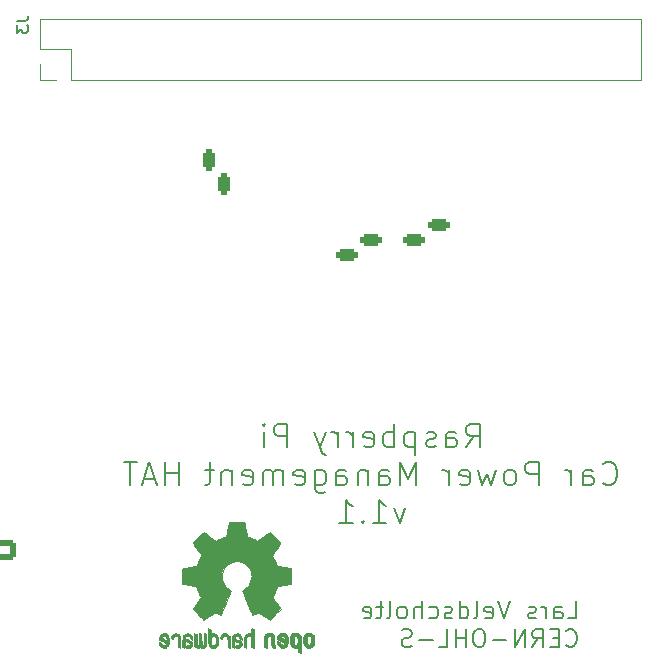
<source format=gbo>
%TF.GenerationSoftware,KiCad,Pcbnew,(5.99.0-12255-gad1ee958b0)*%
%TF.CreationDate,2021-12-04T14:30:29+01:00*%
%TF.ProjectId,RPi_car_HAT,5250695f-6361-4725-9f48-41542e6b6963,rev?*%
%TF.SameCoordinates,Original*%
%TF.FileFunction,Legend,Bot*%
%TF.FilePolarity,Positive*%
%FSLAX46Y46*%
G04 Gerber Fmt 4.6, Leading zero omitted, Abs format (unit mm)*
G04 Created by KiCad (PCBNEW (5.99.0-12255-gad1ee958b0)) date 2021-12-04 14:30:29*
%MOMM*%
%LPD*%
G01*
G04 APERTURE LIST*
G04 Aperture macros list*
%AMRoundRect*
0 Rectangle with rounded corners*
0 $1 Rounding radius*
0 $2 $3 $4 $5 $6 $7 $8 $9 X,Y pos of 4 corners*
0 Add a 4 corners polygon primitive as box body*
4,1,4,$2,$3,$4,$5,$6,$7,$8,$9,$2,$3,0*
0 Add four circle primitives for the rounded corners*
1,1,$1+$1,$2,$3*
1,1,$1+$1,$4,$5*
1,1,$1+$1,$6,$7*
1,1,$1+$1,$8,$9*
0 Add four rect primitives between the rounded corners*
20,1,$1+$1,$2,$3,$4,$5,0*
20,1,$1+$1,$4,$5,$6,$7,0*
20,1,$1+$1,$6,$7,$8,$9,0*
20,1,$1+$1,$8,$9,$2,$3,0*%
G04 Aperture macros list end*
%ADD10C,0.200000*%
%ADD11C,0.150000*%
%ADD12C,0.120000*%
%ADD13C,0.010000*%
%ADD14C,3.000000*%
%ADD15C,1.000000*%
%ADD16C,1.600000*%
%ADD17O,1.600000X1.600000*%
%ADD18C,1.440000*%
%ADD19R,1.600000X1.600000*%
%ADD20R,1.500000X1.500000*%
%ADD21C,1.500000*%
%ADD22R,1.800000X1.100000*%
%ADD23RoundRect,0.275000X0.625000X-0.275000X0.625000X0.275000X-0.625000X0.275000X-0.625000X-0.275000X0*%
%ADD24R,1.800000X1.800000*%
%ADD25C,1.800000*%
%ADD26RoundRect,0.275000X-0.625000X0.275000X-0.625000X-0.275000X0.625000X-0.275000X0.625000X0.275000X0*%
%ADD27RoundRect,0.250000X0.725000X-0.600000X0.725000X0.600000X-0.725000X0.600000X-0.725000X-0.600000X0*%
%ADD28O,1.950000X1.700000*%
%ADD29R,1.100000X1.800000*%
%ADD30RoundRect,0.275000X0.275000X0.625000X-0.275000X0.625000X-0.275000X-0.625000X0.275000X-0.625000X0*%
%ADD31R,2.540000X2.540000*%
%ADD32C,2.540000*%
%ADD33R,2.000000X1.905000*%
%ADD34O,2.000000X1.905000*%
%ADD35C,2.000000*%
%ADD36R,1.700000X1.700000*%
%ADD37O,1.700000X1.700000*%
G04 APERTURE END LIST*
D10*
X121665000Y-98014761D02*
X122331666Y-97062380D01*
X122807857Y-98014761D02*
X122807857Y-96014761D01*
X122045952Y-96014761D01*
X121855476Y-96110000D01*
X121760238Y-96205238D01*
X121665000Y-96395714D01*
X121665000Y-96681428D01*
X121760238Y-96871904D01*
X121855476Y-96967142D01*
X122045952Y-97062380D01*
X122807857Y-97062380D01*
X119950714Y-98014761D02*
X119950714Y-96967142D01*
X120045952Y-96776666D01*
X120236428Y-96681428D01*
X120617380Y-96681428D01*
X120807857Y-96776666D01*
X119950714Y-97919523D02*
X120141190Y-98014761D01*
X120617380Y-98014761D01*
X120807857Y-97919523D01*
X120903095Y-97729047D01*
X120903095Y-97538571D01*
X120807857Y-97348095D01*
X120617380Y-97252857D01*
X120141190Y-97252857D01*
X119950714Y-97157619D01*
X119093571Y-97919523D02*
X118903095Y-98014761D01*
X118522142Y-98014761D01*
X118331666Y-97919523D01*
X118236428Y-97729047D01*
X118236428Y-97633809D01*
X118331666Y-97443333D01*
X118522142Y-97348095D01*
X118807857Y-97348095D01*
X118998333Y-97252857D01*
X119093571Y-97062380D01*
X119093571Y-96967142D01*
X118998333Y-96776666D01*
X118807857Y-96681428D01*
X118522142Y-96681428D01*
X118331666Y-96776666D01*
X117379285Y-96681428D02*
X117379285Y-98681428D01*
X117379285Y-96776666D02*
X117188809Y-96681428D01*
X116807857Y-96681428D01*
X116617380Y-96776666D01*
X116522142Y-96871904D01*
X116426904Y-97062380D01*
X116426904Y-97633809D01*
X116522142Y-97824285D01*
X116617380Y-97919523D01*
X116807857Y-98014761D01*
X117188809Y-98014761D01*
X117379285Y-97919523D01*
X115569761Y-98014761D02*
X115569761Y-96014761D01*
X115569761Y-96776666D02*
X115379285Y-96681428D01*
X114998333Y-96681428D01*
X114807857Y-96776666D01*
X114712619Y-96871904D01*
X114617380Y-97062380D01*
X114617380Y-97633809D01*
X114712619Y-97824285D01*
X114807857Y-97919523D01*
X114998333Y-98014761D01*
X115379285Y-98014761D01*
X115569761Y-97919523D01*
X112998333Y-97919523D02*
X113188809Y-98014761D01*
X113569761Y-98014761D01*
X113760238Y-97919523D01*
X113855476Y-97729047D01*
X113855476Y-96967142D01*
X113760238Y-96776666D01*
X113569761Y-96681428D01*
X113188809Y-96681428D01*
X112998333Y-96776666D01*
X112903095Y-96967142D01*
X112903095Y-97157619D01*
X113855476Y-97348095D01*
X112045952Y-98014761D02*
X112045952Y-96681428D01*
X112045952Y-97062380D02*
X111950714Y-96871904D01*
X111855476Y-96776666D01*
X111665000Y-96681428D01*
X111474523Y-96681428D01*
X110807857Y-98014761D02*
X110807857Y-96681428D01*
X110807857Y-97062380D02*
X110712619Y-96871904D01*
X110617380Y-96776666D01*
X110426904Y-96681428D01*
X110236428Y-96681428D01*
X109760238Y-96681428D02*
X109284047Y-98014761D01*
X108807857Y-96681428D02*
X109284047Y-98014761D01*
X109474523Y-98490952D01*
X109569761Y-98586190D01*
X109760238Y-98681428D01*
X106522142Y-98014761D02*
X106522142Y-96014761D01*
X105760238Y-96014761D01*
X105569761Y-96110000D01*
X105474523Y-96205238D01*
X105379285Y-96395714D01*
X105379285Y-96681428D01*
X105474523Y-96871904D01*
X105569761Y-96967142D01*
X105760238Y-97062380D01*
X106522142Y-97062380D01*
X104522142Y-98014761D02*
X104522142Y-96681428D01*
X104522142Y-96014761D02*
X104617380Y-96110000D01*
X104522142Y-96205238D01*
X104426904Y-96110000D01*
X104522142Y-96014761D01*
X104522142Y-96205238D01*
X133236428Y-101044285D02*
X133331666Y-101139523D01*
X133617380Y-101234761D01*
X133807857Y-101234761D01*
X134093571Y-101139523D01*
X134284047Y-100949047D01*
X134379285Y-100758571D01*
X134474523Y-100377619D01*
X134474523Y-100091904D01*
X134379285Y-99710952D01*
X134284047Y-99520476D01*
X134093571Y-99330000D01*
X133807857Y-99234761D01*
X133617380Y-99234761D01*
X133331666Y-99330000D01*
X133236428Y-99425238D01*
X131522142Y-101234761D02*
X131522142Y-100187142D01*
X131617380Y-99996666D01*
X131807857Y-99901428D01*
X132188809Y-99901428D01*
X132379285Y-99996666D01*
X131522142Y-101139523D02*
X131712619Y-101234761D01*
X132188809Y-101234761D01*
X132379285Y-101139523D01*
X132474523Y-100949047D01*
X132474523Y-100758571D01*
X132379285Y-100568095D01*
X132188809Y-100472857D01*
X131712619Y-100472857D01*
X131522142Y-100377619D01*
X130569761Y-101234761D02*
X130569761Y-99901428D01*
X130569761Y-100282380D02*
X130474523Y-100091904D01*
X130379285Y-99996666D01*
X130188809Y-99901428D01*
X129998333Y-99901428D01*
X127807857Y-101234761D02*
X127807857Y-99234761D01*
X127045952Y-99234761D01*
X126855476Y-99330000D01*
X126760238Y-99425238D01*
X126665000Y-99615714D01*
X126665000Y-99901428D01*
X126760238Y-100091904D01*
X126855476Y-100187142D01*
X127045952Y-100282380D01*
X127807857Y-100282380D01*
X125522142Y-101234761D02*
X125712619Y-101139523D01*
X125807857Y-101044285D01*
X125903095Y-100853809D01*
X125903095Y-100282380D01*
X125807857Y-100091904D01*
X125712619Y-99996666D01*
X125522142Y-99901428D01*
X125236428Y-99901428D01*
X125045952Y-99996666D01*
X124950714Y-100091904D01*
X124855476Y-100282380D01*
X124855476Y-100853809D01*
X124950714Y-101044285D01*
X125045952Y-101139523D01*
X125236428Y-101234761D01*
X125522142Y-101234761D01*
X124188809Y-99901428D02*
X123807857Y-101234761D01*
X123426904Y-100282380D01*
X123045952Y-101234761D01*
X122665000Y-99901428D01*
X121141190Y-101139523D02*
X121331666Y-101234761D01*
X121712619Y-101234761D01*
X121903095Y-101139523D01*
X121998333Y-100949047D01*
X121998333Y-100187142D01*
X121903095Y-99996666D01*
X121712619Y-99901428D01*
X121331666Y-99901428D01*
X121141190Y-99996666D01*
X121045952Y-100187142D01*
X121045952Y-100377619D01*
X121998333Y-100568095D01*
X120188809Y-101234761D02*
X120188809Y-99901428D01*
X120188809Y-100282380D02*
X120093571Y-100091904D01*
X119998333Y-99996666D01*
X119807857Y-99901428D01*
X119617380Y-99901428D01*
X117426904Y-101234761D02*
X117426904Y-99234761D01*
X116760238Y-100663333D01*
X116093571Y-99234761D01*
X116093571Y-101234761D01*
X114284047Y-101234761D02*
X114284047Y-100187142D01*
X114379285Y-99996666D01*
X114569761Y-99901428D01*
X114950714Y-99901428D01*
X115141190Y-99996666D01*
X114284047Y-101139523D02*
X114474523Y-101234761D01*
X114950714Y-101234761D01*
X115141190Y-101139523D01*
X115236428Y-100949047D01*
X115236428Y-100758571D01*
X115141190Y-100568095D01*
X114950714Y-100472857D01*
X114474523Y-100472857D01*
X114284047Y-100377619D01*
X113331666Y-99901428D02*
X113331666Y-101234761D01*
X113331666Y-100091904D02*
X113236428Y-99996666D01*
X113045952Y-99901428D01*
X112760238Y-99901428D01*
X112569761Y-99996666D01*
X112474523Y-100187142D01*
X112474523Y-101234761D01*
X110665000Y-101234761D02*
X110665000Y-100187142D01*
X110760238Y-99996666D01*
X110950714Y-99901428D01*
X111331666Y-99901428D01*
X111522142Y-99996666D01*
X110665000Y-101139523D02*
X110855476Y-101234761D01*
X111331666Y-101234761D01*
X111522142Y-101139523D01*
X111617380Y-100949047D01*
X111617380Y-100758571D01*
X111522142Y-100568095D01*
X111331666Y-100472857D01*
X110855476Y-100472857D01*
X110665000Y-100377619D01*
X108855476Y-99901428D02*
X108855476Y-101520476D01*
X108950714Y-101710952D01*
X109045952Y-101806190D01*
X109236428Y-101901428D01*
X109522142Y-101901428D01*
X109712619Y-101806190D01*
X108855476Y-101139523D02*
X109045952Y-101234761D01*
X109426904Y-101234761D01*
X109617380Y-101139523D01*
X109712619Y-101044285D01*
X109807857Y-100853809D01*
X109807857Y-100282380D01*
X109712619Y-100091904D01*
X109617380Y-99996666D01*
X109426904Y-99901428D01*
X109045952Y-99901428D01*
X108855476Y-99996666D01*
X107141190Y-101139523D02*
X107331666Y-101234761D01*
X107712619Y-101234761D01*
X107903095Y-101139523D01*
X107998333Y-100949047D01*
X107998333Y-100187142D01*
X107903095Y-99996666D01*
X107712619Y-99901428D01*
X107331666Y-99901428D01*
X107141190Y-99996666D01*
X107045952Y-100187142D01*
X107045952Y-100377619D01*
X107998333Y-100568095D01*
X106188809Y-101234761D02*
X106188809Y-99901428D01*
X106188809Y-100091904D02*
X106093571Y-99996666D01*
X105903095Y-99901428D01*
X105617380Y-99901428D01*
X105426904Y-99996666D01*
X105331666Y-100187142D01*
X105331666Y-101234761D01*
X105331666Y-100187142D02*
X105236428Y-99996666D01*
X105045952Y-99901428D01*
X104760238Y-99901428D01*
X104569761Y-99996666D01*
X104474523Y-100187142D01*
X104474523Y-101234761D01*
X102760238Y-101139523D02*
X102950714Y-101234761D01*
X103331666Y-101234761D01*
X103522142Y-101139523D01*
X103617380Y-100949047D01*
X103617380Y-100187142D01*
X103522142Y-99996666D01*
X103331666Y-99901428D01*
X102950714Y-99901428D01*
X102760238Y-99996666D01*
X102665000Y-100187142D01*
X102665000Y-100377619D01*
X103617380Y-100568095D01*
X101807857Y-99901428D02*
X101807857Y-101234761D01*
X101807857Y-100091904D02*
X101712619Y-99996666D01*
X101522142Y-99901428D01*
X101236428Y-99901428D01*
X101045952Y-99996666D01*
X100950714Y-100187142D01*
X100950714Y-101234761D01*
X100284047Y-99901428D02*
X99522142Y-99901428D01*
X99998333Y-99234761D02*
X99998333Y-100949047D01*
X99903095Y-101139523D01*
X99712619Y-101234761D01*
X99522142Y-101234761D01*
X97331666Y-101234761D02*
X97331666Y-99234761D01*
X97331666Y-100187142D02*
X96188809Y-100187142D01*
X96188809Y-101234761D02*
X96188809Y-99234761D01*
X95331666Y-100663333D02*
X94379285Y-100663333D01*
X95522142Y-101234761D02*
X94855476Y-99234761D01*
X94188809Y-101234761D01*
X93807857Y-99234761D02*
X92665000Y-99234761D01*
X93236428Y-101234761D02*
X93236428Y-99234761D01*
X116522142Y-103121428D02*
X116045952Y-104454761D01*
X115569761Y-103121428D01*
X113760238Y-104454761D02*
X114903095Y-104454761D01*
X114331666Y-104454761D02*
X114331666Y-102454761D01*
X114522142Y-102740476D01*
X114712619Y-102930952D01*
X114903095Y-103026190D01*
X112903095Y-104264285D02*
X112807857Y-104359523D01*
X112903095Y-104454761D01*
X112998333Y-104359523D01*
X112903095Y-104264285D01*
X112903095Y-104454761D01*
X110903095Y-104454761D02*
X112045952Y-104454761D01*
X111474523Y-104454761D02*
X111474523Y-102454761D01*
X111665000Y-102740476D01*
X111855476Y-102930952D01*
X112045952Y-103026190D01*
D11*
X130276071Y-112501071D02*
X130990357Y-112501071D01*
X130990357Y-111001071D01*
X129133214Y-112501071D02*
X129133214Y-111715357D01*
X129204642Y-111572500D01*
X129347500Y-111501071D01*
X129633214Y-111501071D01*
X129776071Y-111572500D01*
X129133214Y-112429642D02*
X129276071Y-112501071D01*
X129633214Y-112501071D01*
X129776071Y-112429642D01*
X129847500Y-112286785D01*
X129847500Y-112143928D01*
X129776071Y-112001071D01*
X129633214Y-111929642D01*
X129276071Y-111929642D01*
X129133214Y-111858214D01*
X128418928Y-112501071D02*
X128418928Y-111501071D01*
X128418928Y-111786785D02*
X128347500Y-111643928D01*
X128276071Y-111572500D01*
X128133214Y-111501071D01*
X127990357Y-111501071D01*
X127561785Y-112429642D02*
X127418928Y-112501071D01*
X127133214Y-112501071D01*
X126990357Y-112429642D01*
X126918928Y-112286785D01*
X126918928Y-112215357D01*
X126990357Y-112072500D01*
X127133214Y-112001071D01*
X127347500Y-112001071D01*
X127490357Y-111929642D01*
X127561785Y-111786785D01*
X127561785Y-111715357D01*
X127490357Y-111572500D01*
X127347500Y-111501071D01*
X127133214Y-111501071D01*
X126990357Y-111572500D01*
X125347500Y-111001071D02*
X124847500Y-112501071D01*
X124347500Y-111001071D01*
X123276071Y-112429642D02*
X123418928Y-112501071D01*
X123704642Y-112501071D01*
X123847500Y-112429642D01*
X123918928Y-112286785D01*
X123918928Y-111715357D01*
X123847500Y-111572500D01*
X123704642Y-111501071D01*
X123418928Y-111501071D01*
X123276071Y-111572500D01*
X123204642Y-111715357D01*
X123204642Y-111858214D01*
X123918928Y-112001071D01*
X122347500Y-112501071D02*
X122490357Y-112429642D01*
X122561785Y-112286785D01*
X122561785Y-111001071D01*
X121133214Y-112501071D02*
X121133214Y-111001071D01*
X121133214Y-112429642D02*
X121276071Y-112501071D01*
X121561785Y-112501071D01*
X121704642Y-112429642D01*
X121776071Y-112358214D01*
X121847500Y-112215357D01*
X121847500Y-111786785D01*
X121776071Y-111643928D01*
X121704642Y-111572500D01*
X121561785Y-111501071D01*
X121276071Y-111501071D01*
X121133214Y-111572500D01*
X120490357Y-112429642D02*
X120347500Y-112501071D01*
X120061785Y-112501071D01*
X119918928Y-112429642D01*
X119847500Y-112286785D01*
X119847500Y-112215357D01*
X119918928Y-112072500D01*
X120061785Y-112001071D01*
X120276071Y-112001071D01*
X120418928Y-111929642D01*
X120490357Y-111786785D01*
X120490357Y-111715357D01*
X120418928Y-111572500D01*
X120276071Y-111501071D01*
X120061785Y-111501071D01*
X119918928Y-111572500D01*
X118561785Y-112429642D02*
X118704642Y-112501071D01*
X118990357Y-112501071D01*
X119133214Y-112429642D01*
X119204642Y-112358214D01*
X119276071Y-112215357D01*
X119276071Y-111786785D01*
X119204642Y-111643928D01*
X119133214Y-111572500D01*
X118990357Y-111501071D01*
X118704642Y-111501071D01*
X118561785Y-111572500D01*
X117918928Y-112501071D02*
X117918928Y-111001071D01*
X117276071Y-112501071D02*
X117276071Y-111715357D01*
X117347500Y-111572500D01*
X117490357Y-111501071D01*
X117704642Y-111501071D01*
X117847500Y-111572500D01*
X117918928Y-111643928D01*
X116347500Y-112501071D02*
X116490357Y-112429642D01*
X116561785Y-112358214D01*
X116633214Y-112215357D01*
X116633214Y-111786785D01*
X116561785Y-111643928D01*
X116490357Y-111572500D01*
X116347500Y-111501071D01*
X116133214Y-111501071D01*
X115990357Y-111572500D01*
X115918928Y-111643928D01*
X115847500Y-111786785D01*
X115847500Y-112215357D01*
X115918928Y-112358214D01*
X115990357Y-112429642D01*
X116133214Y-112501071D01*
X116347500Y-112501071D01*
X114990357Y-112501071D02*
X115133214Y-112429642D01*
X115204642Y-112286785D01*
X115204642Y-111001071D01*
X114633214Y-111501071D02*
X114061785Y-111501071D01*
X114418928Y-111001071D02*
X114418928Y-112286785D01*
X114347500Y-112429642D01*
X114204642Y-112501071D01*
X114061785Y-112501071D01*
X112990357Y-112429642D02*
X113133214Y-112501071D01*
X113418928Y-112501071D01*
X113561785Y-112429642D01*
X113633214Y-112286785D01*
X113633214Y-111715357D01*
X113561785Y-111572500D01*
X113418928Y-111501071D01*
X113133214Y-111501071D01*
X112990357Y-111572500D01*
X112918928Y-111715357D01*
X112918928Y-111858214D01*
X113633214Y-112001071D01*
X130133214Y-114773214D02*
X130204642Y-114844642D01*
X130418928Y-114916071D01*
X130561785Y-114916071D01*
X130776071Y-114844642D01*
X130918928Y-114701785D01*
X130990357Y-114558928D01*
X131061785Y-114273214D01*
X131061785Y-114058928D01*
X130990357Y-113773214D01*
X130918928Y-113630357D01*
X130776071Y-113487500D01*
X130561785Y-113416071D01*
X130418928Y-113416071D01*
X130204642Y-113487500D01*
X130133214Y-113558928D01*
X129490357Y-114130357D02*
X128990357Y-114130357D01*
X128776071Y-114916071D02*
X129490357Y-114916071D01*
X129490357Y-113416071D01*
X128776071Y-113416071D01*
X127276071Y-114916071D02*
X127776071Y-114201785D01*
X128133214Y-114916071D02*
X128133214Y-113416071D01*
X127561785Y-113416071D01*
X127418928Y-113487500D01*
X127347500Y-113558928D01*
X127276071Y-113701785D01*
X127276071Y-113916071D01*
X127347500Y-114058928D01*
X127418928Y-114130357D01*
X127561785Y-114201785D01*
X128133214Y-114201785D01*
X126633214Y-114916071D02*
X126633214Y-113416071D01*
X125776071Y-114916071D01*
X125776071Y-113416071D01*
X125061785Y-114344642D02*
X123918928Y-114344642D01*
X122918928Y-113416071D02*
X122633214Y-113416071D01*
X122490357Y-113487500D01*
X122347500Y-113630357D01*
X122276071Y-113916071D01*
X122276071Y-114416071D01*
X122347500Y-114701785D01*
X122490357Y-114844642D01*
X122633214Y-114916071D01*
X122918928Y-114916071D01*
X123061785Y-114844642D01*
X123204642Y-114701785D01*
X123276071Y-114416071D01*
X123276071Y-113916071D01*
X123204642Y-113630357D01*
X123061785Y-113487500D01*
X122918928Y-113416071D01*
X121633214Y-114916071D02*
X121633214Y-113416071D01*
X121633214Y-114130357D02*
X120776071Y-114130357D01*
X120776071Y-114916071D02*
X120776071Y-113416071D01*
X119347500Y-114916071D02*
X120061785Y-114916071D01*
X120061785Y-113416071D01*
X118847500Y-114344642D02*
X117704642Y-114344642D01*
X117061785Y-114844642D02*
X116847500Y-114916071D01*
X116490357Y-114916071D01*
X116347500Y-114844642D01*
X116276071Y-114773214D01*
X116204642Y-114630357D01*
X116204642Y-114487500D01*
X116276071Y-114344642D01*
X116347500Y-114273214D01*
X116490357Y-114201785D01*
X116776071Y-114130357D01*
X116918928Y-114058928D01*
X116990357Y-113987500D01*
X117061785Y-113844642D01*
X117061785Y-113701785D01*
X116990357Y-113558928D01*
X116918928Y-113487500D01*
X116776071Y-113416071D01*
X116418928Y-113416071D01*
X116204642Y-113487500D01*
X83602380Y-61896666D02*
X84316666Y-61896666D01*
X84459523Y-61849047D01*
X84554761Y-61753809D01*
X84602380Y-61610952D01*
X84602380Y-61515714D01*
X83602380Y-62277619D02*
X83602380Y-62896666D01*
X83983333Y-62563333D01*
X83983333Y-62706190D01*
X84030952Y-62801428D01*
X84078571Y-62849047D01*
X84173809Y-62896666D01*
X84411904Y-62896666D01*
X84507142Y-62849047D01*
X84554761Y-62801428D01*
X84602380Y-62706190D01*
X84602380Y-62420476D01*
X84554761Y-62325238D01*
X84507142Y-62277619D01*
D12*
X85590000Y-65590000D02*
X85590000Y-66920000D01*
X85590000Y-64320000D02*
X88190000Y-64320000D01*
X88190000Y-66920000D02*
X136510000Y-66920000D01*
X85590000Y-61720000D02*
X85590000Y-64320000D01*
X85590000Y-61720000D02*
X136510000Y-61720000D01*
X136510000Y-61720000D02*
X136510000Y-66920000D01*
X88190000Y-64320000D02*
X88190000Y-66920000D01*
X85590000Y-66920000D02*
X86920000Y-66920000D01*
D13*
X101169057Y-113776920D02*
X101036435Y-113825859D01*
X101036435Y-113825859D02*
X100928990Y-113912419D01*
X100928990Y-113912419D02*
X100886968Y-113973352D01*
X100886968Y-113973352D02*
X100841157Y-114085161D01*
X100841157Y-114085161D02*
X100842109Y-114166006D01*
X100842109Y-114166006D02*
X100890192Y-114220378D01*
X100890192Y-114220378D02*
X100907983Y-114229624D01*
X100907983Y-114229624D02*
X100984796Y-114258450D01*
X100984796Y-114258450D02*
X101024024Y-114251065D01*
X101024024Y-114251065D02*
X101037311Y-114202658D01*
X101037311Y-114202658D02*
X101037988Y-114175920D01*
X101037988Y-114175920D02*
X101062314Y-114077548D01*
X101062314Y-114077548D02*
X101125719Y-114008734D01*
X101125719Y-114008734D02*
X101213846Y-113975498D01*
X101213846Y-113975498D02*
X101312337Y-113983861D01*
X101312337Y-113983861D02*
X101392398Y-114027296D01*
X101392398Y-114027296D02*
X101419439Y-114052072D01*
X101419439Y-114052072D02*
X101438606Y-114082129D01*
X101438606Y-114082129D02*
X101451554Y-114127565D01*
X101451554Y-114127565D02*
X101459936Y-114198476D01*
X101459936Y-114198476D02*
X101465407Y-114304960D01*
X101465407Y-114304960D02*
X101469622Y-114457112D01*
X101469622Y-114457112D02*
X101470713Y-114505287D01*
X101470713Y-114505287D02*
X101474693Y-114670095D01*
X101474693Y-114670095D02*
X101479219Y-114786088D01*
X101479219Y-114786088D02*
X101486005Y-114862833D01*
X101486005Y-114862833D02*
X101496769Y-114909893D01*
X101496769Y-114909893D02*
X101513227Y-114936835D01*
X101513227Y-114936835D02*
X101537094Y-114953223D01*
X101537094Y-114953223D02*
X101552374Y-114960463D01*
X101552374Y-114960463D02*
X101617267Y-114985220D01*
X101617267Y-114985220D02*
X101655466Y-114993391D01*
X101655466Y-114993391D02*
X101668088Y-114966103D01*
X101668088Y-114966103D02*
X101675792Y-114883603D01*
X101675792Y-114883603D02*
X101678620Y-114744941D01*
X101678620Y-114744941D02*
X101676614Y-114549162D01*
X101676614Y-114549162D02*
X101675989Y-114518965D01*
X101675989Y-114518965D02*
X101671579Y-114340349D01*
X101671579Y-114340349D02*
X101666365Y-114209923D01*
X101666365Y-114209923D02*
X101658945Y-114117492D01*
X101658945Y-114117492D02*
X101647918Y-114052858D01*
X101647918Y-114052858D02*
X101631883Y-114005825D01*
X101631883Y-114005825D02*
X101609439Y-113966196D01*
X101609439Y-113966196D02*
X101597698Y-113949215D01*
X101597698Y-113949215D02*
X101530381Y-113874080D01*
X101530381Y-113874080D02*
X101455090Y-113815638D01*
X101455090Y-113815638D02*
X101445872Y-113810536D01*
X101445872Y-113810536D02*
X101310867Y-113770260D01*
X101310867Y-113770260D02*
X101169057Y-113776920D01*
X101169057Y-113776920D02*
X101169057Y-113776920D01*
G36*
X101445872Y-113810536D02*
G01*
X101455090Y-113815638D01*
X101530381Y-113874080D01*
X101597698Y-113949215D01*
X101609439Y-113966196D01*
X101631883Y-114005825D01*
X101647918Y-114052858D01*
X101658945Y-114117492D01*
X101666365Y-114209923D01*
X101671579Y-114340349D01*
X101675989Y-114518965D01*
X101676614Y-114549162D01*
X101678620Y-114744941D01*
X101675792Y-114883603D01*
X101668088Y-114966103D01*
X101655466Y-114993391D01*
X101617267Y-114985220D01*
X101552374Y-114960463D01*
X101537094Y-114953223D01*
X101513227Y-114936835D01*
X101496769Y-114909893D01*
X101486005Y-114862833D01*
X101479219Y-114786088D01*
X101474693Y-114670095D01*
X101470713Y-114505287D01*
X101469622Y-114457112D01*
X101465407Y-114304960D01*
X101459936Y-114198476D01*
X101451554Y-114127565D01*
X101438606Y-114082129D01*
X101419439Y-114052072D01*
X101392398Y-114027296D01*
X101312337Y-113983861D01*
X101213846Y-113975498D01*
X101125719Y-114008734D01*
X101062314Y-114077548D01*
X101037988Y-114175920D01*
X101037311Y-114202658D01*
X101024024Y-114251065D01*
X100984796Y-114258450D01*
X100907983Y-114229624D01*
X100890192Y-114220378D01*
X100842109Y-114166006D01*
X100841157Y-114085161D01*
X100886968Y-113973352D01*
X100928990Y-113912419D01*
X101036435Y-113825859D01*
X101169057Y-113776920D01*
X101310867Y-113770260D01*
X101445872Y-113810536D01*
G37*
X101445872Y-113810536D02*
X101455090Y-113815638D01*
X101530381Y-113874080D01*
X101597698Y-113949215D01*
X101609439Y-113966196D01*
X101631883Y-114005825D01*
X101647918Y-114052858D01*
X101658945Y-114117492D01*
X101666365Y-114209923D01*
X101671579Y-114340349D01*
X101675989Y-114518965D01*
X101676614Y-114549162D01*
X101678620Y-114744941D01*
X101675792Y-114883603D01*
X101668088Y-114966103D01*
X101655466Y-114993391D01*
X101617267Y-114985220D01*
X101552374Y-114960463D01*
X101537094Y-114953223D01*
X101513227Y-114936835D01*
X101496769Y-114909893D01*
X101486005Y-114862833D01*
X101479219Y-114786088D01*
X101474693Y-114670095D01*
X101470713Y-114505287D01*
X101469622Y-114457112D01*
X101465407Y-114304960D01*
X101459936Y-114198476D01*
X101451554Y-114127565D01*
X101438606Y-114082129D01*
X101419439Y-114052072D01*
X101392398Y-114027296D01*
X101312337Y-113983861D01*
X101213846Y-113975498D01*
X101125719Y-114008734D01*
X101062314Y-114077548D01*
X101037988Y-114175920D01*
X101037311Y-114202658D01*
X101024024Y-114251065D01*
X100984796Y-114258450D01*
X100907983Y-114229624D01*
X100890192Y-114220378D01*
X100842109Y-114166006D01*
X100841157Y-114085161D01*
X100886968Y-113973352D01*
X100928990Y-113912419D01*
X101036435Y-113825859D01*
X101169057Y-113776920D01*
X101310867Y-113770260D01*
X101445872Y-113810536D01*
X95891561Y-113811540D02*
X95776050Y-113887034D01*
X95776050Y-113887034D02*
X95720336Y-113954617D01*
X95720336Y-113954617D02*
X95676196Y-114077255D01*
X95676196Y-114077255D02*
X95672691Y-114174298D01*
X95672691Y-114174298D02*
X95680632Y-114304056D01*
X95680632Y-114304056D02*
X95979885Y-114435039D01*
X95979885Y-114435039D02*
X96125389Y-114501958D01*
X96125389Y-114501958D02*
X96220463Y-114555790D01*
X96220463Y-114555790D02*
X96269899Y-114602416D01*
X96269899Y-114602416D02*
X96278489Y-114647720D01*
X96278489Y-114647720D02*
X96251028Y-114697582D01*
X96251028Y-114697582D02*
X96220747Y-114730632D01*
X96220747Y-114730632D02*
X96132637Y-114783633D01*
X96132637Y-114783633D02*
X96036804Y-114787347D01*
X96036804Y-114787347D02*
X95948788Y-114746041D01*
X95948788Y-114746041D02*
X95884131Y-114663983D01*
X95884131Y-114663983D02*
X95872567Y-114635008D01*
X95872567Y-114635008D02*
X95817175Y-114544509D01*
X95817175Y-114544509D02*
X95753447Y-114505940D01*
X95753447Y-114505940D02*
X95666034Y-114472946D01*
X95666034Y-114472946D02*
X95666034Y-114598034D01*
X95666034Y-114598034D02*
X95673762Y-114683156D01*
X95673762Y-114683156D02*
X95704034Y-114754938D01*
X95704034Y-114754938D02*
X95767482Y-114837356D01*
X95767482Y-114837356D02*
X95776912Y-114848066D01*
X95776912Y-114848066D02*
X95847487Y-114921391D01*
X95847487Y-114921391D02*
X95908153Y-114960742D01*
X95908153Y-114960742D02*
X95984050Y-114978845D01*
X95984050Y-114978845D02*
X96046970Y-114984774D01*
X96046970Y-114984774D02*
X96159513Y-114986251D01*
X96159513Y-114986251D02*
X96239630Y-114967535D01*
X96239630Y-114967535D02*
X96289610Y-114939747D01*
X96289610Y-114939747D02*
X96368162Y-114878641D01*
X96368162Y-114878641D02*
X96422537Y-114812554D01*
X96422537Y-114812554D02*
X96456948Y-114729441D01*
X96456948Y-114729441D02*
X96475612Y-114617254D01*
X96475612Y-114617254D02*
X96482744Y-114463946D01*
X96482744Y-114463946D02*
X96483313Y-114386136D01*
X96483313Y-114386136D02*
X96481378Y-114292853D01*
X96481378Y-114292853D02*
X96305101Y-114292853D01*
X96305101Y-114292853D02*
X96303056Y-114342896D01*
X96303056Y-114342896D02*
X96297961Y-114351092D01*
X96297961Y-114351092D02*
X96264334Y-114339958D01*
X96264334Y-114339958D02*
X96191970Y-114310493D01*
X96191970Y-114310493D02*
X96095253Y-114268601D01*
X96095253Y-114268601D02*
X96075027Y-114259597D01*
X96075027Y-114259597D02*
X95952797Y-114197442D01*
X95952797Y-114197442D02*
X95885453Y-114142815D01*
X95885453Y-114142815D02*
X95870652Y-114091649D01*
X95870652Y-114091649D02*
X95906053Y-114039876D01*
X95906053Y-114039876D02*
X95935289Y-114017000D01*
X95935289Y-114017000D02*
X96040784Y-113971250D01*
X96040784Y-113971250D02*
X96139524Y-113978808D01*
X96139524Y-113978808D02*
X96222188Y-114034651D01*
X96222188Y-114034651D02*
X96279452Y-114133753D01*
X96279452Y-114133753D02*
X96297812Y-114212414D01*
X96297812Y-114212414D02*
X96305101Y-114292853D01*
X96305101Y-114292853D02*
X96481378Y-114292853D01*
X96481378Y-114292853D02*
X96479541Y-114204351D01*
X96479541Y-114204351D02*
X96465641Y-114069853D01*
X96465641Y-114069853D02*
X96438106Y-113971916D01*
X96438106Y-113971916D02*
X96393428Y-113899811D01*
X96393428Y-113899811D02*
X96328099Y-113842813D01*
X96328099Y-113842813D02*
X96299617Y-113824393D01*
X96299617Y-113824393D02*
X96170237Y-113776422D01*
X96170237Y-113776422D02*
X96028588Y-113773403D01*
X96028588Y-113773403D02*
X95891561Y-113811540D01*
X95891561Y-113811540D02*
X95891561Y-113811540D01*
G36*
X96482744Y-114463946D02*
G01*
X96475612Y-114617254D01*
X96456948Y-114729441D01*
X96422537Y-114812554D01*
X96368162Y-114878641D01*
X96289610Y-114939747D01*
X96239630Y-114967535D01*
X96159513Y-114986251D01*
X96046970Y-114984774D01*
X95984050Y-114978845D01*
X95908153Y-114960742D01*
X95847487Y-114921391D01*
X95776912Y-114848066D01*
X95767482Y-114837356D01*
X95704034Y-114754938D01*
X95673762Y-114683156D01*
X95666034Y-114598034D01*
X95666034Y-114472946D01*
X95753447Y-114505940D01*
X95817175Y-114544509D01*
X95872567Y-114635008D01*
X95884131Y-114663983D01*
X95948788Y-114746041D01*
X96036804Y-114787347D01*
X96132637Y-114783633D01*
X96220747Y-114730632D01*
X96251028Y-114697582D01*
X96278489Y-114647720D01*
X96269899Y-114602416D01*
X96220463Y-114555790D01*
X96125389Y-114501958D01*
X95979885Y-114435039D01*
X95680632Y-114304056D01*
X95672691Y-114174298D01*
X95675676Y-114091649D01*
X95870652Y-114091649D01*
X95885453Y-114142815D01*
X95952797Y-114197442D01*
X96075027Y-114259597D01*
X96095253Y-114268601D01*
X96191970Y-114310493D01*
X96264334Y-114339958D01*
X96297961Y-114351092D01*
X96303056Y-114342896D01*
X96305101Y-114292853D01*
X96297812Y-114212414D01*
X96279452Y-114133753D01*
X96222188Y-114034651D01*
X96139524Y-113978808D01*
X96040784Y-113971250D01*
X95935289Y-114017000D01*
X95906053Y-114039876D01*
X95870652Y-114091649D01*
X95675676Y-114091649D01*
X95676196Y-114077255D01*
X95720336Y-113954617D01*
X95776050Y-113887034D01*
X95891561Y-113811540D01*
X96028588Y-113773403D01*
X96170237Y-113776422D01*
X96299617Y-113824393D01*
X96328099Y-113842813D01*
X96393428Y-113899811D01*
X96438106Y-113971916D01*
X96465641Y-114069853D01*
X96479541Y-114204351D01*
X96481378Y-114292853D01*
X96483313Y-114386136D01*
X96482744Y-114463946D01*
G37*
X96482744Y-114463946D02*
X96475612Y-114617254D01*
X96456948Y-114729441D01*
X96422537Y-114812554D01*
X96368162Y-114878641D01*
X96289610Y-114939747D01*
X96239630Y-114967535D01*
X96159513Y-114986251D01*
X96046970Y-114984774D01*
X95984050Y-114978845D01*
X95908153Y-114960742D01*
X95847487Y-114921391D01*
X95776912Y-114848066D01*
X95767482Y-114837356D01*
X95704034Y-114754938D01*
X95673762Y-114683156D01*
X95666034Y-114598034D01*
X95666034Y-114472946D01*
X95753447Y-114505940D01*
X95817175Y-114544509D01*
X95872567Y-114635008D01*
X95884131Y-114663983D01*
X95948788Y-114746041D01*
X96036804Y-114787347D01*
X96132637Y-114783633D01*
X96220747Y-114730632D01*
X96251028Y-114697582D01*
X96278489Y-114647720D01*
X96269899Y-114602416D01*
X96220463Y-114555790D01*
X96125389Y-114501958D01*
X95979885Y-114435039D01*
X95680632Y-114304056D01*
X95672691Y-114174298D01*
X95675676Y-114091649D01*
X95870652Y-114091649D01*
X95885453Y-114142815D01*
X95952797Y-114197442D01*
X96075027Y-114259597D01*
X96095253Y-114268601D01*
X96191970Y-114310493D01*
X96264334Y-114339958D01*
X96297961Y-114351092D01*
X96303056Y-114342896D01*
X96305101Y-114292853D01*
X96297812Y-114212414D01*
X96279452Y-114133753D01*
X96222188Y-114034651D01*
X96139524Y-113978808D01*
X96040784Y-113971250D01*
X95935289Y-114017000D01*
X95906053Y-114039876D01*
X95870652Y-114091649D01*
X95675676Y-114091649D01*
X95676196Y-114077255D01*
X95720336Y-113954617D01*
X95776050Y-113887034D01*
X95891561Y-113811540D01*
X96028588Y-113773403D01*
X96170237Y-113776422D01*
X96299617Y-113824393D01*
X96328099Y-113842813D01*
X96393428Y-113899811D01*
X96438106Y-113971916D01*
X96465641Y-114069853D01*
X96479541Y-114204351D01*
X96481378Y-114292853D01*
X96483313Y-114386136D01*
X96482744Y-114463946D01*
X107063100Y-113716903D02*
X106951550Y-113772522D01*
X106951550Y-113772522D02*
X106853092Y-113874931D01*
X106853092Y-113874931D02*
X106825977Y-113912864D01*
X106825977Y-113912864D02*
X106796438Y-113962500D01*
X106796438Y-113962500D02*
X106777272Y-114016412D01*
X106777272Y-114016412D02*
X106766307Y-114088364D01*
X106766307Y-114088364D02*
X106761371Y-114192122D01*
X106761371Y-114192122D02*
X106760287Y-114329101D01*
X106760287Y-114329101D02*
X106765182Y-114516815D01*
X106765182Y-114516815D02*
X106782196Y-114657758D01*
X106782196Y-114657758D02*
X106814823Y-114762908D01*
X106814823Y-114762908D02*
X106866558Y-114843243D01*
X106866558Y-114843243D02*
X106940896Y-114909741D01*
X106940896Y-114909741D02*
X106946358Y-114913678D01*
X106946358Y-114913678D02*
X107019620Y-114953953D01*
X107019620Y-114953953D02*
X107107840Y-114973880D01*
X107107840Y-114973880D02*
X107220038Y-114978793D01*
X107220038Y-114978793D02*
X107402433Y-114978793D01*
X107402433Y-114978793D02*
X107402509Y-115155857D01*
X107402509Y-115155857D02*
X107404207Y-115254470D01*
X107404207Y-115254470D02*
X107414550Y-115312314D01*
X107414550Y-115312314D02*
X107441578Y-115347006D01*
X107441578Y-115347006D02*
X107493332Y-115376164D01*
X107493332Y-115376164D02*
X107505761Y-115382121D01*
X107505761Y-115382121D02*
X107563923Y-115410039D01*
X107563923Y-115410039D02*
X107608956Y-115427672D01*
X107608956Y-115427672D02*
X107642441Y-115429194D01*
X107642441Y-115429194D02*
X107665962Y-115408781D01*
X107665962Y-115408781D02*
X107681100Y-115360607D01*
X107681100Y-115360607D02*
X107689437Y-115278846D01*
X107689437Y-115278846D02*
X107692556Y-115157672D01*
X107692556Y-115157672D02*
X107692040Y-114991260D01*
X107692040Y-114991260D02*
X107689471Y-114773785D01*
X107689471Y-114773785D02*
X107688668Y-114708736D01*
X107688668Y-114708736D02*
X107685778Y-114484502D01*
X107685778Y-114484502D02*
X107683188Y-114337821D01*
X107683188Y-114337821D02*
X107402586Y-114337821D01*
X107402586Y-114337821D02*
X107401009Y-114462326D01*
X107401009Y-114462326D02*
X107394000Y-114543787D01*
X107394000Y-114543787D02*
X107378142Y-114597515D01*
X107378142Y-114597515D02*
X107350019Y-114638823D01*
X107350019Y-114638823D02*
X107330925Y-114658971D01*
X107330925Y-114658971D02*
X107252865Y-114717921D01*
X107252865Y-114717921D02*
X107183753Y-114722720D01*
X107183753Y-114722720D02*
X107112440Y-114674038D01*
X107112440Y-114674038D02*
X107110632Y-114672241D01*
X107110632Y-114672241D02*
X107081617Y-114634618D01*
X107081617Y-114634618D02*
X107063967Y-114583484D01*
X107063967Y-114583484D02*
X107055064Y-114504738D01*
X107055064Y-114504738D02*
X107052291Y-114384276D01*
X107052291Y-114384276D02*
X107052241Y-114357588D01*
X107052241Y-114357588D02*
X107058942Y-114191583D01*
X107058942Y-114191583D02*
X107080752Y-114076505D01*
X107080752Y-114076505D02*
X107120235Y-114006254D01*
X107120235Y-114006254D02*
X107179956Y-113974729D01*
X107179956Y-113974729D02*
X107214472Y-113971552D01*
X107214472Y-113971552D02*
X107296389Y-113986460D01*
X107296389Y-113986460D02*
X107352579Y-114035548D01*
X107352579Y-114035548D02*
X107386402Y-114125362D01*
X107386402Y-114125362D02*
X107401220Y-114262445D01*
X107401220Y-114262445D02*
X107402586Y-114337821D01*
X107402586Y-114337821D02*
X107683188Y-114337821D01*
X107683188Y-114337821D02*
X107682713Y-114310952D01*
X107682713Y-114310952D02*
X107678753Y-114180382D01*
X107678753Y-114180382D02*
X107673174Y-114085087D01*
X107673174Y-114085087D02*
X107665254Y-114017364D01*
X107665254Y-114017364D02*
X107654269Y-113969507D01*
X107654269Y-113969507D02*
X107639499Y-113933813D01*
X107639499Y-113933813D02*
X107620218Y-113902578D01*
X107620218Y-113902578D02*
X107611951Y-113890824D01*
X107611951Y-113890824D02*
X107502288Y-113779797D01*
X107502288Y-113779797D02*
X107363635Y-113716847D01*
X107363635Y-113716847D02*
X107203246Y-113699297D01*
X107203246Y-113699297D02*
X107063100Y-113716903D01*
X107063100Y-113716903D02*
X107063100Y-113716903D01*
G36*
X107688668Y-114708736D02*
G01*
X107689471Y-114773785D01*
X107692040Y-114991260D01*
X107692556Y-115157672D01*
X107689437Y-115278846D01*
X107681100Y-115360607D01*
X107665962Y-115408781D01*
X107642441Y-115429194D01*
X107608956Y-115427672D01*
X107563923Y-115410039D01*
X107505761Y-115382121D01*
X107493332Y-115376164D01*
X107441578Y-115347006D01*
X107414550Y-115312314D01*
X107404207Y-115254470D01*
X107402509Y-115155857D01*
X107402433Y-114978793D01*
X107220038Y-114978793D01*
X107107840Y-114973880D01*
X107019620Y-114953953D01*
X106946358Y-114913678D01*
X106940896Y-114909741D01*
X106866558Y-114843243D01*
X106814823Y-114762908D01*
X106782196Y-114657758D01*
X106765182Y-114516815D01*
X106761030Y-114357588D01*
X107052241Y-114357588D01*
X107052291Y-114384276D01*
X107055064Y-114504738D01*
X107063967Y-114583484D01*
X107081617Y-114634618D01*
X107110632Y-114672241D01*
X107112440Y-114674038D01*
X107183753Y-114722720D01*
X107252865Y-114717921D01*
X107330925Y-114658971D01*
X107350019Y-114638823D01*
X107378142Y-114597515D01*
X107394000Y-114543787D01*
X107401009Y-114462326D01*
X107402586Y-114337821D01*
X107401220Y-114262445D01*
X107386402Y-114125362D01*
X107352579Y-114035548D01*
X107296389Y-113986460D01*
X107214472Y-113971552D01*
X107179956Y-113974729D01*
X107120235Y-114006254D01*
X107080752Y-114076505D01*
X107058942Y-114191583D01*
X107052241Y-114357588D01*
X106761030Y-114357588D01*
X106760287Y-114329101D01*
X106761371Y-114192122D01*
X106766307Y-114088364D01*
X106777272Y-114016412D01*
X106796438Y-113962500D01*
X106825977Y-113912864D01*
X106853092Y-113874931D01*
X106951550Y-113772522D01*
X107063100Y-113716903D01*
X107203246Y-113699297D01*
X107363635Y-113716847D01*
X107502288Y-113779797D01*
X107611951Y-113890824D01*
X107620218Y-113902578D01*
X107639499Y-113933813D01*
X107654269Y-113969507D01*
X107665254Y-114017364D01*
X107673174Y-114085087D01*
X107678753Y-114180382D01*
X107682713Y-114310952D01*
X107683188Y-114337821D01*
X107685778Y-114484502D01*
X107688668Y-114708736D01*
G37*
X107688668Y-114708736D02*
X107689471Y-114773785D01*
X107692040Y-114991260D01*
X107692556Y-115157672D01*
X107689437Y-115278846D01*
X107681100Y-115360607D01*
X107665962Y-115408781D01*
X107642441Y-115429194D01*
X107608956Y-115427672D01*
X107563923Y-115410039D01*
X107505761Y-115382121D01*
X107493332Y-115376164D01*
X107441578Y-115347006D01*
X107414550Y-115312314D01*
X107404207Y-115254470D01*
X107402509Y-115155857D01*
X107402433Y-114978793D01*
X107220038Y-114978793D01*
X107107840Y-114973880D01*
X107019620Y-114953953D01*
X106946358Y-114913678D01*
X106940896Y-114909741D01*
X106866558Y-114843243D01*
X106814823Y-114762908D01*
X106782196Y-114657758D01*
X106765182Y-114516815D01*
X106761030Y-114357588D01*
X107052241Y-114357588D01*
X107052291Y-114384276D01*
X107055064Y-114504738D01*
X107063967Y-114583484D01*
X107081617Y-114634618D01*
X107110632Y-114672241D01*
X107112440Y-114674038D01*
X107183753Y-114722720D01*
X107252865Y-114717921D01*
X107330925Y-114658971D01*
X107350019Y-114638823D01*
X107378142Y-114597515D01*
X107394000Y-114543787D01*
X107401009Y-114462326D01*
X107402586Y-114337821D01*
X107401220Y-114262445D01*
X107386402Y-114125362D01*
X107352579Y-114035548D01*
X107296389Y-113986460D01*
X107214472Y-113971552D01*
X107179956Y-113974729D01*
X107120235Y-114006254D01*
X107080752Y-114076505D01*
X107058942Y-114191583D01*
X107052241Y-114357588D01*
X106761030Y-114357588D01*
X106760287Y-114329101D01*
X106761371Y-114192122D01*
X106766307Y-114088364D01*
X106777272Y-114016412D01*
X106796438Y-113962500D01*
X106825977Y-113912864D01*
X106853092Y-113874931D01*
X106951550Y-113772522D01*
X107063100Y-113716903D01*
X107203246Y-113699297D01*
X107363635Y-113716847D01*
X107502288Y-113779797D01*
X107611951Y-113890824D01*
X107620218Y-113902578D01*
X107639499Y-113933813D01*
X107654269Y-113969507D01*
X107665254Y-114017364D01*
X107673174Y-114085087D01*
X107678753Y-114180382D01*
X107682713Y-114310952D01*
X107683188Y-114337821D01*
X107685778Y-114484502D01*
X107688668Y-114708736D01*
X103490402Y-113578857D02*
X103481846Y-113698188D01*
X103481846Y-113698188D02*
X103472019Y-113768506D01*
X103472019Y-113768506D02*
X103458401Y-113799179D01*
X103458401Y-113799179D02*
X103438473Y-113799571D01*
X103438473Y-113799571D02*
X103432011Y-113795910D01*
X103432011Y-113795910D02*
X103346060Y-113769398D01*
X103346060Y-113769398D02*
X103234255Y-113770946D01*
X103234255Y-113770946D02*
X103120586Y-113798199D01*
X103120586Y-113798199D02*
X103049490Y-113833455D01*
X103049490Y-113833455D02*
X102976595Y-113889778D01*
X102976595Y-113889778D02*
X102923307Y-113953519D01*
X102923307Y-113953519D02*
X102886725Y-114034510D01*
X102886725Y-114034510D02*
X102863950Y-114142586D01*
X102863950Y-114142586D02*
X102852081Y-114287580D01*
X102852081Y-114287580D02*
X102848218Y-114479326D01*
X102848218Y-114479326D02*
X102848149Y-114516109D01*
X102848149Y-114516109D02*
X102848103Y-114929288D01*
X102848103Y-114929288D02*
X102940046Y-114961339D01*
X102940046Y-114961339D02*
X103005348Y-114983144D01*
X103005348Y-114983144D02*
X103041176Y-114993297D01*
X103041176Y-114993297D02*
X103042230Y-114993391D01*
X103042230Y-114993391D02*
X103045758Y-114965860D01*
X103045758Y-114965860D02*
X103048761Y-114889923D01*
X103048761Y-114889923D02*
X103051010Y-114775565D01*
X103051010Y-114775565D02*
X103052276Y-114632769D01*
X103052276Y-114632769D02*
X103052471Y-114545951D01*
X103052471Y-114545951D02*
X103052877Y-114374773D01*
X103052877Y-114374773D02*
X103054968Y-114252088D01*
X103054968Y-114252088D02*
X103060053Y-114168000D01*
X103060053Y-114168000D02*
X103069440Y-114112614D01*
X103069440Y-114112614D02*
X103084439Y-114076032D01*
X103084439Y-114076032D02*
X103106358Y-114048359D01*
X103106358Y-114048359D02*
X103120043Y-114035032D01*
X103120043Y-114035032D02*
X103214051Y-113981328D01*
X103214051Y-113981328D02*
X103316636Y-113977307D01*
X103316636Y-113977307D02*
X103409710Y-114022725D01*
X103409710Y-114022725D02*
X103426922Y-114039123D01*
X103426922Y-114039123D02*
X103452168Y-114069957D01*
X103452168Y-114069957D02*
X103469680Y-114106531D01*
X103469680Y-114106531D02*
X103480858Y-114159415D01*
X103480858Y-114159415D02*
X103487104Y-114239177D01*
X103487104Y-114239177D02*
X103489818Y-114356385D01*
X103489818Y-114356385D02*
X103490402Y-114517991D01*
X103490402Y-114517991D02*
X103490402Y-114929288D01*
X103490402Y-114929288D02*
X103582345Y-114961339D01*
X103582345Y-114961339D02*
X103647647Y-114983144D01*
X103647647Y-114983144D02*
X103683475Y-114993297D01*
X103683475Y-114993297D02*
X103684529Y-114993391D01*
X103684529Y-114993391D02*
X103687225Y-114965448D01*
X103687225Y-114965448D02*
X103689655Y-114886630D01*
X103689655Y-114886630D02*
X103691722Y-114764453D01*
X103691722Y-114764453D02*
X103693329Y-114606432D01*
X103693329Y-114606432D02*
X103694377Y-114420083D01*
X103694377Y-114420083D02*
X103694769Y-114212920D01*
X103694769Y-114212920D02*
X103694770Y-114203706D01*
X103694770Y-114203706D02*
X103694770Y-113414020D01*
X103694770Y-113414020D02*
X103599885Y-113373997D01*
X103599885Y-113373997D02*
X103505000Y-113333973D01*
X103505000Y-113333973D02*
X103490402Y-113578857D01*
X103490402Y-113578857D02*
X103490402Y-113578857D01*
G36*
X103599885Y-113373997D02*
G01*
X103694770Y-113414020D01*
X103694770Y-114203706D01*
X103694769Y-114212920D01*
X103694377Y-114420083D01*
X103693329Y-114606432D01*
X103691722Y-114764453D01*
X103689655Y-114886630D01*
X103687225Y-114965448D01*
X103684529Y-114993391D01*
X103683475Y-114993297D01*
X103647647Y-114983144D01*
X103582345Y-114961339D01*
X103490402Y-114929288D01*
X103490402Y-114517991D01*
X103489818Y-114356385D01*
X103487104Y-114239177D01*
X103480858Y-114159415D01*
X103469680Y-114106531D01*
X103452168Y-114069957D01*
X103426922Y-114039123D01*
X103409710Y-114022725D01*
X103316636Y-113977307D01*
X103214051Y-113981328D01*
X103120043Y-114035032D01*
X103106358Y-114048359D01*
X103084439Y-114076032D01*
X103069440Y-114112614D01*
X103060053Y-114168000D01*
X103054968Y-114252088D01*
X103052877Y-114374773D01*
X103052471Y-114545951D01*
X103052276Y-114632769D01*
X103051010Y-114775565D01*
X103048761Y-114889923D01*
X103045758Y-114965860D01*
X103042230Y-114993391D01*
X103041176Y-114993297D01*
X103005348Y-114983144D01*
X102940046Y-114961339D01*
X102848103Y-114929288D01*
X102848149Y-114516109D01*
X102848218Y-114479326D01*
X102852081Y-114287580D01*
X102863950Y-114142586D01*
X102886725Y-114034510D01*
X102923307Y-113953519D01*
X102976595Y-113889778D01*
X103049490Y-113833455D01*
X103120586Y-113798199D01*
X103234255Y-113770946D01*
X103346060Y-113769398D01*
X103432011Y-113795910D01*
X103438473Y-113799571D01*
X103458401Y-113799179D01*
X103472019Y-113768506D01*
X103481846Y-113698188D01*
X103490402Y-113578857D01*
X103505000Y-113333973D01*
X103599885Y-113373997D01*
G37*
X103599885Y-113373997D02*
X103694770Y-113414020D01*
X103694770Y-114203706D01*
X103694769Y-114212920D01*
X103694377Y-114420083D01*
X103693329Y-114606432D01*
X103691722Y-114764453D01*
X103689655Y-114886630D01*
X103687225Y-114965448D01*
X103684529Y-114993391D01*
X103683475Y-114993297D01*
X103647647Y-114983144D01*
X103582345Y-114961339D01*
X103490402Y-114929288D01*
X103490402Y-114517991D01*
X103489818Y-114356385D01*
X103487104Y-114239177D01*
X103480858Y-114159415D01*
X103469680Y-114106531D01*
X103452168Y-114069957D01*
X103426922Y-114039123D01*
X103409710Y-114022725D01*
X103316636Y-113977307D01*
X103214051Y-113981328D01*
X103120043Y-114035032D01*
X103106358Y-114048359D01*
X103084439Y-114076032D01*
X103069440Y-114112614D01*
X103060053Y-114168000D01*
X103054968Y-114252088D01*
X103052877Y-114374773D01*
X103052471Y-114545951D01*
X103052276Y-114632769D01*
X103051010Y-114775565D01*
X103048761Y-114889923D01*
X103045758Y-114965860D01*
X103042230Y-114993391D01*
X103041176Y-114993297D01*
X103005348Y-114983144D01*
X102940046Y-114961339D01*
X102848103Y-114929288D01*
X102848149Y-114516109D01*
X102848218Y-114479326D01*
X102852081Y-114287580D01*
X102863950Y-114142586D01*
X102886725Y-114034510D01*
X102923307Y-113953519D01*
X102976595Y-113889778D01*
X103049490Y-113833455D01*
X103120586Y-113798199D01*
X103234255Y-113770946D01*
X103346060Y-113769398D01*
X103432011Y-113795910D01*
X103438473Y-113799571D01*
X103458401Y-113799179D01*
X103472019Y-113768506D01*
X103481846Y-113698188D01*
X103490402Y-113578857D01*
X103505000Y-113333973D01*
X103599885Y-113373997D01*
X105919448Y-113739676D02*
X105804342Y-113817111D01*
X105804342Y-113817111D02*
X105715389Y-113928949D01*
X105715389Y-113928949D02*
X105662251Y-114071265D01*
X105662251Y-114071265D02*
X105651503Y-114176015D01*
X105651503Y-114176015D02*
X105652724Y-114219726D01*
X105652724Y-114219726D02*
X105662944Y-114253194D01*
X105662944Y-114253194D02*
X105691039Y-114283179D01*
X105691039Y-114283179D02*
X105745884Y-114316440D01*
X105745884Y-114316440D02*
X105836355Y-114359738D01*
X105836355Y-114359738D02*
X105971328Y-114419833D01*
X105971328Y-114419833D02*
X105972011Y-114420134D01*
X105972011Y-114420134D02*
X106096249Y-114477037D01*
X106096249Y-114477037D02*
X106198127Y-114527565D01*
X106198127Y-114527565D02*
X106267233Y-114566280D01*
X106267233Y-114566280D02*
X106293154Y-114587740D01*
X106293154Y-114587740D02*
X106293161Y-114587913D01*
X106293161Y-114587913D02*
X106270315Y-114634644D01*
X106270315Y-114634644D02*
X106216891Y-114686154D01*
X106216891Y-114686154D02*
X106155558Y-114723261D01*
X106155558Y-114723261D02*
X106124485Y-114730632D01*
X106124485Y-114730632D02*
X106039711Y-114705138D01*
X106039711Y-114705138D02*
X105966707Y-114641291D01*
X105966707Y-114641291D02*
X105931087Y-114571094D01*
X105931087Y-114571094D02*
X105896820Y-114519343D01*
X105896820Y-114519343D02*
X105829697Y-114460409D01*
X105829697Y-114460409D02*
X105750792Y-114409496D01*
X105750792Y-114409496D02*
X105681179Y-114381809D01*
X105681179Y-114381809D02*
X105666623Y-114380287D01*
X105666623Y-114380287D02*
X105650237Y-114405321D01*
X105650237Y-114405321D02*
X105649250Y-114469311D01*
X105649250Y-114469311D02*
X105661292Y-114555593D01*
X105661292Y-114555593D02*
X105683993Y-114647501D01*
X105683993Y-114647501D02*
X105714986Y-114728369D01*
X105714986Y-114728369D02*
X105716552Y-114731509D01*
X105716552Y-114731509D02*
X105809819Y-114861734D01*
X105809819Y-114861734D02*
X105930696Y-114950311D01*
X105930696Y-114950311D02*
X106067973Y-114993786D01*
X106067973Y-114993786D02*
X106210440Y-114988706D01*
X106210440Y-114988706D02*
X106346888Y-114931616D01*
X106346888Y-114931616D02*
X106352955Y-114927602D01*
X106352955Y-114927602D02*
X106460290Y-114830326D01*
X106460290Y-114830326D02*
X106530868Y-114703409D01*
X106530868Y-114703409D02*
X106569926Y-114536526D01*
X106569926Y-114536526D02*
X106575168Y-114489639D01*
X106575168Y-114489639D02*
X106584452Y-114268329D01*
X106584452Y-114268329D02*
X106573322Y-114165124D01*
X106573322Y-114165124D02*
X106293161Y-114165124D01*
X106293161Y-114165124D02*
X106289521Y-114229503D01*
X106289521Y-114229503D02*
X106269611Y-114248291D01*
X106269611Y-114248291D02*
X106219974Y-114234235D01*
X106219974Y-114234235D02*
X106141733Y-114201009D01*
X106141733Y-114201009D02*
X106054274Y-114159359D01*
X106054274Y-114159359D02*
X106052101Y-114158256D01*
X106052101Y-114158256D02*
X105977970Y-114119265D01*
X105977970Y-114119265D02*
X105948219Y-114093244D01*
X105948219Y-114093244D02*
X105955555Y-114065965D01*
X105955555Y-114065965D02*
X105986447Y-114030121D01*
X105986447Y-114030121D02*
X106065040Y-113978251D01*
X106065040Y-113978251D02*
X106149677Y-113974439D01*
X106149677Y-113974439D02*
X106225597Y-114012189D01*
X106225597Y-114012189D02*
X106278035Y-114085001D01*
X106278035Y-114085001D02*
X106293161Y-114165124D01*
X106293161Y-114165124D02*
X106573322Y-114165124D01*
X106573322Y-114165124D02*
X106565356Y-114091261D01*
X106565356Y-114091261D02*
X106516366Y-113950829D01*
X106516366Y-113950829D02*
X106448164Y-113852447D01*
X106448164Y-113852447D02*
X106325065Y-113753030D01*
X106325065Y-113753030D02*
X106189472Y-113703711D01*
X106189472Y-113703711D02*
X106051045Y-113700568D01*
X106051045Y-113700568D02*
X105919448Y-113739676D01*
X105919448Y-113739676D02*
X105919448Y-113739676D01*
G36*
X106575168Y-114489639D02*
G01*
X106569926Y-114536526D01*
X106530868Y-114703409D01*
X106460290Y-114830326D01*
X106352955Y-114927602D01*
X106346888Y-114931616D01*
X106210440Y-114988706D01*
X106067973Y-114993786D01*
X105930696Y-114950311D01*
X105809819Y-114861734D01*
X105716552Y-114731509D01*
X105714986Y-114728369D01*
X105683993Y-114647501D01*
X105661292Y-114555593D01*
X105649250Y-114469311D01*
X105650237Y-114405321D01*
X105666623Y-114380287D01*
X105681179Y-114381809D01*
X105750792Y-114409496D01*
X105829697Y-114460409D01*
X105896820Y-114519343D01*
X105931087Y-114571094D01*
X105966707Y-114641291D01*
X106039711Y-114705138D01*
X106124485Y-114730632D01*
X106155558Y-114723261D01*
X106216891Y-114686154D01*
X106270315Y-114634644D01*
X106293161Y-114587913D01*
X106293154Y-114587740D01*
X106267233Y-114566280D01*
X106198127Y-114527565D01*
X106096249Y-114477037D01*
X105972011Y-114420134D01*
X105971328Y-114419833D01*
X105836355Y-114359738D01*
X105745884Y-114316440D01*
X105691039Y-114283179D01*
X105662944Y-114253194D01*
X105652724Y-114219726D01*
X105651503Y-114176015D01*
X105659996Y-114093244D01*
X105948219Y-114093244D01*
X105977970Y-114119265D01*
X106052101Y-114158256D01*
X106054274Y-114159359D01*
X106141733Y-114201009D01*
X106219974Y-114234235D01*
X106269611Y-114248291D01*
X106289521Y-114229503D01*
X106293161Y-114165124D01*
X106278035Y-114085001D01*
X106225597Y-114012189D01*
X106149677Y-113974439D01*
X106065040Y-113978251D01*
X105986447Y-114030121D01*
X105955555Y-114065965D01*
X105948219Y-114093244D01*
X105659996Y-114093244D01*
X105662251Y-114071265D01*
X105715389Y-113928949D01*
X105804342Y-113817111D01*
X105919448Y-113739676D01*
X106051045Y-113700568D01*
X106189472Y-113703711D01*
X106325065Y-113753030D01*
X106448164Y-113852447D01*
X106516366Y-113950829D01*
X106565356Y-114091261D01*
X106573322Y-114165124D01*
X106584452Y-114268329D01*
X106575168Y-114489639D01*
G37*
X106575168Y-114489639D02*
X106569926Y-114536526D01*
X106530868Y-114703409D01*
X106460290Y-114830326D01*
X106352955Y-114927602D01*
X106346888Y-114931616D01*
X106210440Y-114988706D01*
X106067973Y-114993786D01*
X105930696Y-114950311D01*
X105809819Y-114861734D01*
X105716552Y-114731509D01*
X105714986Y-114728369D01*
X105683993Y-114647501D01*
X105661292Y-114555593D01*
X105649250Y-114469311D01*
X105650237Y-114405321D01*
X105666623Y-114380287D01*
X105681179Y-114381809D01*
X105750792Y-114409496D01*
X105829697Y-114460409D01*
X105896820Y-114519343D01*
X105931087Y-114571094D01*
X105966707Y-114641291D01*
X106039711Y-114705138D01*
X106124485Y-114730632D01*
X106155558Y-114723261D01*
X106216891Y-114686154D01*
X106270315Y-114634644D01*
X106293161Y-114587913D01*
X106293154Y-114587740D01*
X106267233Y-114566280D01*
X106198127Y-114527565D01*
X106096249Y-114477037D01*
X105972011Y-114420134D01*
X105971328Y-114419833D01*
X105836355Y-114359738D01*
X105745884Y-114316440D01*
X105691039Y-114283179D01*
X105662944Y-114253194D01*
X105652724Y-114219726D01*
X105651503Y-114176015D01*
X105659996Y-114093244D01*
X105948219Y-114093244D01*
X105977970Y-114119265D01*
X106052101Y-114158256D01*
X106054274Y-114159359D01*
X106141733Y-114201009D01*
X106219974Y-114234235D01*
X106269611Y-114248291D01*
X106289521Y-114229503D01*
X106293161Y-114165124D01*
X106278035Y-114085001D01*
X106225597Y-114012189D01*
X106149677Y-113974439D01*
X106065040Y-113978251D01*
X105986447Y-114030121D01*
X105955555Y-114065965D01*
X105948219Y-114093244D01*
X105659996Y-114093244D01*
X105662251Y-114071265D01*
X105715389Y-113928949D01*
X105804342Y-113817111D01*
X105919448Y-113739676D01*
X106051045Y-113700568D01*
X106189472Y-113703711D01*
X106325065Y-113753030D01*
X106448164Y-113852447D01*
X106516366Y-113950829D01*
X106565356Y-114091261D01*
X106573322Y-114165124D01*
X106584452Y-114268329D01*
X106575168Y-114489639D01*
X108186779Y-113721015D02*
X108049939Y-113792968D01*
X108049939Y-113792968D02*
X107948949Y-113908766D01*
X107948949Y-113908766D02*
X107913075Y-113983213D01*
X107913075Y-113983213D02*
X107885161Y-114094992D01*
X107885161Y-114094992D02*
X107870871Y-114236227D01*
X107870871Y-114236227D02*
X107869516Y-114390371D01*
X107869516Y-114390371D02*
X107880405Y-114540879D01*
X107880405Y-114540879D02*
X107902847Y-114671205D01*
X107902847Y-114671205D02*
X107936150Y-114764803D01*
X107936150Y-114764803D02*
X107946385Y-114780922D01*
X107946385Y-114780922D02*
X108067618Y-114901249D01*
X108067618Y-114901249D02*
X108211613Y-114973317D01*
X108211613Y-114973317D02*
X108367861Y-114994408D01*
X108367861Y-114994408D02*
X108525852Y-114961802D01*
X108525852Y-114961802D02*
X108569820Y-114942253D01*
X108569820Y-114942253D02*
X108655444Y-114882012D01*
X108655444Y-114882012D02*
X108730592Y-114802135D01*
X108730592Y-114802135D02*
X108737694Y-114792004D01*
X108737694Y-114792004D02*
X108766561Y-114743181D01*
X108766561Y-114743181D02*
X108785643Y-114690990D01*
X108785643Y-114690990D02*
X108796916Y-114622285D01*
X108796916Y-114622285D02*
X108802355Y-114523918D01*
X108802355Y-114523918D02*
X108803938Y-114382744D01*
X108803938Y-114382744D02*
X108803965Y-114351092D01*
X108803965Y-114351092D02*
X108803893Y-114341019D01*
X108803893Y-114341019D02*
X108512011Y-114341019D01*
X108512011Y-114341019D02*
X108510313Y-114474256D01*
X108510313Y-114474256D02*
X108503628Y-114562674D01*
X108503628Y-114562674D02*
X108489575Y-114619785D01*
X108489575Y-114619785D02*
X108465771Y-114659102D01*
X108465771Y-114659102D02*
X108453621Y-114672241D01*
X108453621Y-114672241D02*
X108383764Y-114722172D01*
X108383764Y-114722172D02*
X108315941Y-114719895D01*
X108315941Y-114719895D02*
X108247365Y-114676584D01*
X108247365Y-114676584D02*
X108206465Y-114630346D01*
X108206465Y-114630346D02*
X108182242Y-114562857D01*
X108182242Y-114562857D02*
X108168639Y-114456433D01*
X108168639Y-114456433D02*
X108167706Y-114444020D01*
X108167706Y-114444020D02*
X108165384Y-114251147D01*
X108165384Y-114251147D02*
X108189650Y-114107900D01*
X108189650Y-114107900D02*
X108240176Y-114015160D01*
X108240176Y-114015160D02*
X108316632Y-113973807D01*
X108316632Y-113973807D02*
X108343924Y-113971552D01*
X108343924Y-113971552D02*
X108415589Y-113982893D01*
X108415589Y-113982893D02*
X108464610Y-114022184D01*
X108464610Y-114022184D02*
X108494582Y-114097326D01*
X108494582Y-114097326D02*
X108509101Y-114216222D01*
X108509101Y-114216222D02*
X108512011Y-114341019D01*
X108512011Y-114341019D02*
X108803893Y-114341019D01*
X108803893Y-114341019D02*
X108802878Y-114200659D01*
X108802878Y-114200659D02*
X108798312Y-114095549D01*
X108798312Y-114095549D02*
X108788312Y-114022714D01*
X108788312Y-114022714D02*
X108770921Y-113969108D01*
X108770921Y-113969108D02*
X108744184Y-113921681D01*
X108744184Y-113921681D02*
X108738276Y-113912864D01*
X108738276Y-113912864D02*
X108638968Y-113794007D01*
X108638968Y-113794007D02*
X108530758Y-113725008D01*
X108530758Y-113725008D02*
X108399019Y-113697619D01*
X108399019Y-113697619D02*
X108354283Y-113696281D01*
X108354283Y-113696281D02*
X108186779Y-113721015D01*
X108186779Y-113721015D02*
X108186779Y-113721015D01*
G36*
X108803938Y-114382744D02*
G01*
X108802355Y-114523918D01*
X108796916Y-114622285D01*
X108785643Y-114690990D01*
X108766561Y-114743181D01*
X108737694Y-114792004D01*
X108730592Y-114802135D01*
X108655444Y-114882012D01*
X108569820Y-114942253D01*
X108525852Y-114961802D01*
X108367861Y-114994408D01*
X108211613Y-114973317D01*
X108067618Y-114901249D01*
X107946385Y-114780922D01*
X107936150Y-114764803D01*
X107902847Y-114671205D01*
X107880405Y-114540879D01*
X107869516Y-114390371D01*
X107870740Y-114251147D01*
X108165384Y-114251147D01*
X108167706Y-114444020D01*
X108168639Y-114456433D01*
X108182242Y-114562857D01*
X108206465Y-114630346D01*
X108247365Y-114676584D01*
X108315941Y-114719895D01*
X108383764Y-114722172D01*
X108453621Y-114672241D01*
X108465771Y-114659102D01*
X108489575Y-114619785D01*
X108503628Y-114562674D01*
X108510313Y-114474256D01*
X108512011Y-114341019D01*
X108509101Y-114216222D01*
X108494582Y-114097326D01*
X108464610Y-114022184D01*
X108415589Y-113982893D01*
X108343924Y-113971552D01*
X108316632Y-113973807D01*
X108240176Y-114015160D01*
X108189650Y-114107900D01*
X108165384Y-114251147D01*
X107870740Y-114251147D01*
X107870871Y-114236227D01*
X107885161Y-114094992D01*
X107913075Y-113983213D01*
X107948949Y-113908766D01*
X108049939Y-113792968D01*
X108186779Y-113721015D01*
X108354283Y-113696281D01*
X108399019Y-113697619D01*
X108530758Y-113725008D01*
X108638968Y-113794007D01*
X108738276Y-113912864D01*
X108744184Y-113921681D01*
X108770921Y-113969108D01*
X108788312Y-114022714D01*
X108798312Y-114095549D01*
X108802878Y-114200659D01*
X108803893Y-114341019D01*
X108803965Y-114351092D01*
X108803938Y-114382744D01*
G37*
X108803938Y-114382744D02*
X108802355Y-114523918D01*
X108796916Y-114622285D01*
X108785643Y-114690990D01*
X108766561Y-114743181D01*
X108737694Y-114792004D01*
X108730592Y-114802135D01*
X108655444Y-114882012D01*
X108569820Y-114942253D01*
X108525852Y-114961802D01*
X108367861Y-114994408D01*
X108211613Y-114973317D01*
X108067618Y-114901249D01*
X107946385Y-114780922D01*
X107936150Y-114764803D01*
X107902847Y-114671205D01*
X107880405Y-114540879D01*
X107869516Y-114390371D01*
X107870740Y-114251147D01*
X108165384Y-114251147D01*
X108167706Y-114444020D01*
X108168639Y-114456433D01*
X108182242Y-114562857D01*
X108206465Y-114630346D01*
X108247365Y-114676584D01*
X108315941Y-114719895D01*
X108383764Y-114722172D01*
X108453621Y-114672241D01*
X108465771Y-114659102D01*
X108489575Y-114619785D01*
X108503628Y-114562674D01*
X108510313Y-114474256D01*
X108512011Y-114341019D01*
X108509101Y-114216222D01*
X108494582Y-114097326D01*
X108464610Y-114022184D01*
X108415589Y-113982893D01*
X108343924Y-113971552D01*
X108316632Y-113973807D01*
X108240176Y-114015160D01*
X108189650Y-114107900D01*
X108165384Y-114251147D01*
X107870740Y-114251147D01*
X107870871Y-114236227D01*
X107885161Y-114094992D01*
X107913075Y-113983213D01*
X107948949Y-113908766D01*
X108049939Y-113792968D01*
X108186779Y-113721015D01*
X108354283Y-113696281D01*
X108399019Y-113697619D01*
X108530758Y-113725008D01*
X108638968Y-113794007D01*
X108738276Y-113912864D01*
X108744184Y-113921681D01*
X108770921Y-113969108D01*
X108788312Y-114022714D01*
X108798312Y-114095549D01*
X108802878Y-114200659D01*
X108803893Y-114341019D01*
X108803965Y-114351092D01*
X108803938Y-114382744D01*
X102155056Y-113779360D02*
X102040657Y-113821842D01*
X102040657Y-113821842D02*
X102039348Y-113822658D01*
X102039348Y-113822658D02*
X101968597Y-113874730D01*
X101968597Y-113874730D02*
X101916364Y-113935584D01*
X101916364Y-113935584D02*
X101879629Y-114014887D01*
X101879629Y-114014887D02*
X101855366Y-114122309D01*
X101855366Y-114122309D02*
X101840555Y-114267517D01*
X101840555Y-114267517D02*
X101832171Y-114460179D01*
X101832171Y-114460179D02*
X101831436Y-114487628D01*
X101831436Y-114487628D02*
X101820880Y-114901521D01*
X101820880Y-114901521D02*
X101909709Y-114947456D01*
X101909709Y-114947456D02*
X101973982Y-114978498D01*
X101973982Y-114978498D02*
X102012790Y-114993206D01*
X102012790Y-114993206D02*
X102014585Y-114993391D01*
X102014585Y-114993391D02*
X102021300Y-114966250D01*
X102021300Y-114966250D02*
X102026635Y-114893041D01*
X102026635Y-114893041D02*
X102029917Y-114786081D01*
X102029917Y-114786081D02*
X102030632Y-114699469D01*
X102030632Y-114699469D02*
X102030649Y-114559162D01*
X102030649Y-114559162D02*
X102037063Y-114471051D01*
X102037063Y-114471051D02*
X102059420Y-114429025D01*
X102059420Y-114429025D02*
X102107268Y-114426975D01*
X102107268Y-114426975D02*
X102190151Y-114458790D01*
X102190151Y-114458790D02*
X102315287Y-114517272D01*
X102315287Y-114517272D02*
X102407303Y-114565845D01*
X102407303Y-114565845D02*
X102454629Y-114607986D01*
X102454629Y-114607986D02*
X102468542Y-114653916D01*
X102468542Y-114653916D02*
X102468563Y-114656189D01*
X102468563Y-114656189D02*
X102445605Y-114735311D01*
X102445605Y-114735311D02*
X102377630Y-114778055D01*
X102377630Y-114778055D02*
X102273602Y-114784246D01*
X102273602Y-114784246D02*
X102198670Y-114783172D01*
X102198670Y-114783172D02*
X102159161Y-114804753D01*
X102159161Y-114804753D02*
X102134522Y-114856591D01*
X102134522Y-114856591D02*
X102120341Y-114922632D01*
X102120341Y-114922632D02*
X102140777Y-114960104D01*
X102140777Y-114960104D02*
X102148472Y-114965467D01*
X102148472Y-114965467D02*
X102220917Y-114987006D01*
X102220917Y-114987006D02*
X102322367Y-114990055D01*
X102322367Y-114990055D02*
X102426843Y-114975778D01*
X102426843Y-114975778D02*
X102500875Y-114949688D01*
X102500875Y-114949688D02*
X102603228Y-114862785D01*
X102603228Y-114862785D02*
X102661409Y-114741816D01*
X102661409Y-114741816D02*
X102672931Y-114647308D01*
X102672931Y-114647308D02*
X102664138Y-114562062D01*
X102664138Y-114562062D02*
X102632320Y-114492476D01*
X102632320Y-114492476D02*
X102569316Y-114430672D01*
X102569316Y-114430672D02*
X102466969Y-114368772D01*
X102466969Y-114368772D02*
X102317118Y-114298897D01*
X102317118Y-114298897D02*
X102307988Y-114294948D01*
X102307988Y-114294948D02*
X102173003Y-114232588D01*
X102173003Y-114232588D02*
X102089706Y-114181446D01*
X102089706Y-114181446D02*
X102054003Y-114135488D01*
X102054003Y-114135488D02*
X102061797Y-114088683D01*
X102061797Y-114088683D02*
X102108993Y-114034998D01*
X102108993Y-114034998D02*
X102123106Y-114022644D01*
X102123106Y-114022644D02*
X102217641Y-113974741D01*
X102217641Y-113974741D02*
X102315594Y-113976758D01*
X102315594Y-113976758D02*
X102400903Y-114023724D01*
X102400903Y-114023724D02*
X102457504Y-114110669D01*
X102457504Y-114110669D02*
X102462763Y-114127734D01*
X102462763Y-114127734D02*
X102513977Y-114210504D01*
X102513977Y-114210504D02*
X102578963Y-114250372D01*
X102578963Y-114250372D02*
X102672931Y-114289882D01*
X102672931Y-114289882D02*
X102672931Y-114187658D01*
X102672931Y-114187658D02*
X102644347Y-114039072D01*
X102644347Y-114039072D02*
X102559505Y-113902784D01*
X102559505Y-113902784D02*
X102515355Y-113857191D01*
X102515355Y-113857191D02*
X102414995Y-113798674D01*
X102414995Y-113798674D02*
X102287365Y-113772184D01*
X102287365Y-113772184D02*
X102155056Y-113779360D01*
X102155056Y-113779360D02*
X102155056Y-113779360D01*
G36*
X102414995Y-113798674D02*
G01*
X102515355Y-113857191D01*
X102559505Y-113902784D01*
X102644347Y-114039072D01*
X102672931Y-114187658D01*
X102672931Y-114289882D01*
X102578963Y-114250372D01*
X102513977Y-114210504D01*
X102462763Y-114127734D01*
X102457504Y-114110669D01*
X102400903Y-114023724D01*
X102315594Y-113976758D01*
X102217641Y-113974741D01*
X102123106Y-114022644D01*
X102108993Y-114034998D01*
X102061797Y-114088683D01*
X102054003Y-114135488D01*
X102089706Y-114181446D01*
X102173003Y-114232588D01*
X102307988Y-114294948D01*
X102317118Y-114298897D01*
X102466969Y-114368772D01*
X102569316Y-114430672D01*
X102632320Y-114492476D01*
X102664138Y-114562062D01*
X102672931Y-114647308D01*
X102661409Y-114741816D01*
X102603228Y-114862785D01*
X102500875Y-114949688D01*
X102426843Y-114975778D01*
X102322367Y-114990055D01*
X102220917Y-114987006D01*
X102148472Y-114965467D01*
X102140777Y-114960104D01*
X102120341Y-114922632D01*
X102134522Y-114856591D01*
X102159161Y-114804753D01*
X102198670Y-114783172D01*
X102273602Y-114784246D01*
X102377630Y-114778055D01*
X102445605Y-114735311D01*
X102468563Y-114656189D01*
X102468542Y-114653916D01*
X102454629Y-114607986D01*
X102407303Y-114565845D01*
X102315287Y-114517272D01*
X102190151Y-114458790D01*
X102107268Y-114426975D01*
X102059420Y-114429025D01*
X102037063Y-114471051D01*
X102030649Y-114559162D01*
X102030632Y-114699469D01*
X102029917Y-114786081D01*
X102026635Y-114893041D01*
X102021300Y-114966250D01*
X102014585Y-114993391D01*
X102012790Y-114993206D01*
X101973982Y-114978498D01*
X101909709Y-114947456D01*
X101820880Y-114901521D01*
X101831436Y-114487628D01*
X101832171Y-114460179D01*
X101840555Y-114267517D01*
X101855366Y-114122309D01*
X101879629Y-114014887D01*
X101916364Y-113935584D01*
X101968597Y-113874730D01*
X102039348Y-113822658D01*
X102040657Y-113821842D01*
X102155056Y-113779360D01*
X102287365Y-113772184D01*
X102414995Y-113798674D01*
G37*
X102414995Y-113798674D02*
X102515355Y-113857191D01*
X102559505Y-113902784D01*
X102644347Y-114039072D01*
X102672931Y-114187658D01*
X102672931Y-114289882D01*
X102578963Y-114250372D01*
X102513977Y-114210504D01*
X102462763Y-114127734D01*
X102457504Y-114110669D01*
X102400903Y-114023724D01*
X102315594Y-113976758D01*
X102217641Y-113974741D01*
X102123106Y-114022644D01*
X102108993Y-114034998D01*
X102061797Y-114088683D01*
X102054003Y-114135488D01*
X102089706Y-114181446D01*
X102173003Y-114232588D01*
X102307988Y-114294948D01*
X102317118Y-114298897D01*
X102466969Y-114368772D01*
X102569316Y-114430672D01*
X102632320Y-114492476D01*
X102664138Y-114562062D01*
X102672931Y-114647308D01*
X102661409Y-114741816D01*
X102603228Y-114862785D01*
X102500875Y-114949688D01*
X102426843Y-114975778D01*
X102322367Y-114990055D01*
X102220917Y-114987006D01*
X102148472Y-114965467D01*
X102140777Y-114960104D01*
X102120341Y-114922632D01*
X102134522Y-114856591D01*
X102159161Y-114804753D01*
X102198670Y-114783172D01*
X102273602Y-114784246D01*
X102377630Y-114778055D01*
X102445605Y-114735311D01*
X102468563Y-114656189D01*
X102468542Y-114653916D01*
X102454629Y-114607986D01*
X102407303Y-114565845D01*
X102315287Y-114517272D01*
X102190151Y-114458790D01*
X102107268Y-114426975D01*
X102059420Y-114429025D01*
X102037063Y-114471051D01*
X102030649Y-114559162D01*
X102030632Y-114699469D01*
X102029917Y-114786081D01*
X102026635Y-114893041D01*
X102021300Y-114966250D01*
X102014585Y-114993391D01*
X102012790Y-114993206D01*
X101973982Y-114978498D01*
X101909709Y-114947456D01*
X101820880Y-114901521D01*
X101831436Y-114487628D01*
X101832171Y-114460179D01*
X101840555Y-114267517D01*
X101855366Y-114122309D01*
X101879629Y-114014887D01*
X101916364Y-113935584D01*
X101968597Y-113874730D01*
X102039348Y-113822658D01*
X102040657Y-113821842D01*
X102155056Y-113779360D01*
X102287365Y-113772184D01*
X102414995Y-113798674D01*
X104817571Y-113732719D02*
X104723877Y-113786914D01*
X104723877Y-113786914D02*
X104658736Y-113840707D01*
X104658736Y-113840707D02*
X104611093Y-113897066D01*
X104611093Y-113897066D02*
X104578272Y-113965987D01*
X104578272Y-113965987D02*
X104557594Y-114057468D01*
X104557594Y-114057468D02*
X104546380Y-114181506D01*
X104546380Y-114181506D02*
X104541951Y-114348098D01*
X104541951Y-114348098D02*
X104541437Y-114467851D01*
X104541437Y-114467851D02*
X104541437Y-114908659D01*
X104541437Y-114908659D02*
X104665517Y-114964283D01*
X104665517Y-114964283D02*
X104789598Y-115019907D01*
X104789598Y-115019907D02*
X104804195Y-114537095D01*
X104804195Y-114537095D02*
X104810227Y-114356779D01*
X104810227Y-114356779D02*
X104816555Y-114225901D01*
X104816555Y-114225901D02*
X104824394Y-114135511D01*
X104824394Y-114135511D02*
X104834963Y-114076664D01*
X104834963Y-114076664D02*
X104849477Y-114040413D01*
X104849477Y-114040413D02*
X104869152Y-114017810D01*
X104869152Y-114017810D02*
X104875465Y-114012917D01*
X104875465Y-114012917D02*
X104971112Y-113974706D01*
X104971112Y-113974706D02*
X105067793Y-113989827D01*
X105067793Y-113989827D02*
X105125345Y-114029943D01*
X105125345Y-114029943D02*
X105148755Y-114058370D01*
X105148755Y-114058370D02*
X105164961Y-114095672D01*
X105164961Y-114095672D02*
X105175259Y-114152223D01*
X105175259Y-114152223D02*
X105180951Y-114238394D01*
X105180951Y-114238394D02*
X105183336Y-114364558D01*
X105183336Y-114364558D02*
X105183736Y-114496042D01*
X105183736Y-114496042D02*
X105183814Y-114660999D01*
X105183814Y-114660999D02*
X105186639Y-114777761D01*
X105186639Y-114777761D02*
X105196093Y-114856510D01*
X105196093Y-114856510D02*
X105216060Y-114907431D01*
X105216060Y-114907431D02*
X105250424Y-114940706D01*
X105250424Y-114940706D02*
X105303068Y-114966520D01*
X105303068Y-114966520D02*
X105373383Y-114993344D01*
X105373383Y-114993344D02*
X105450180Y-115022542D01*
X105450180Y-115022542D02*
X105441038Y-114504346D01*
X105441038Y-114504346D02*
X105437357Y-114317539D01*
X105437357Y-114317539D02*
X105433050Y-114179490D01*
X105433050Y-114179490D02*
X105426877Y-114080568D01*
X105426877Y-114080568D02*
X105417598Y-114011145D01*
X105417598Y-114011145D02*
X105403973Y-113961590D01*
X105403973Y-113961590D02*
X105384761Y-113922273D01*
X105384761Y-113922273D02*
X105361598Y-113887584D01*
X105361598Y-113887584D02*
X105249848Y-113776770D01*
X105249848Y-113776770D02*
X105113487Y-113712689D01*
X105113487Y-113712689D02*
X104965175Y-113697339D01*
X104965175Y-113697339D02*
X104817571Y-113732719D01*
X104817571Y-113732719D02*
X104817571Y-113732719D01*
G36*
X105113487Y-113712689D02*
G01*
X105249848Y-113776770D01*
X105361598Y-113887584D01*
X105384761Y-113922273D01*
X105403973Y-113961590D01*
X105417598Y-114011145D01*
X105426877Y-114080568D01*
X105433050Y-114179490D01*
X105437357Y-114317539D01*
X105441038Y-114504346D01*
X105450180Y-115022542D01*
X105373383Y-114993344D01*
X105303068Y-114966520D01*
X105250424Y-114940706D01*
X105216060Y-114907431D01*
X105196093Y-114856510D01*
X105186639Y-114777761D01*
X105183814Y-114660999D01*
X105183736Y-114496042D01*
X105183336Y-114364558D01*
X105180951Y-114238394D01*
X105175259Y-114152223D01*
X105164961Y-114095672D01*
X105148755Y-114058370D01*
X105125345Y-114029943D01*
X105067793Y-113989827D01*
X104971112Y-113974706D01*
X104875465Y-114012917D01*
X104869152Y-114017810D01*
X104849477Y-114040413D01*
X104834963Y-114076664D01*
X104824394Y-114135511D01*
X104816555Y-114225901D01*
X104810227Y-114356779D01*
X104804195Y-114537095D01*
X104789598Y-115019907D01*
X104665517Y-114964283D01*
X104541437Y-114908659D01*
X104541437Y-114467851D01*
X104541951Y-114348098D01*
X104546380Y-114181506D01*
X104557594Y-114057468D01*
X104578272Y-113965987D01*
X104611093Y-113897066D01*
X104658736Y-113840707D01*
X104723877Y-113786914D01*
X104817571Y-113732719D01*
X104965175Y-113697339D01*
X105113487Y-113712689D01*
G37*
X105113487Y-113712689D02*
X105249848Y-113776770D01*
X105361598Y-113887584D01*
X105384761Y-113922273D01*
X105403973Y-113961590D01*
X105417598Y-114011145D01*
X105426877Y-114080568D01*
X105433050Y-114179490D01*
X105437357Y-114317539D01*
X105441038Y-114504346D01*
X105450180Y-115022542D01*
X105373383Y-114993344D01*
X105303068Y-114966520D01*
X105250424Y-114940706D01*
X105216060Y-114907431D01*
X105196093Y-114856510D01*
X105186639Y-114777761D01*
X105183814Y-114660999D01*
X105183736Y-114496042D01*
X105183336Y-114364558D01*
X105180951Y-114238394D01*
X105175259Y-114152223D01*
X105164961Y-114095672D01*
X105148755Y-114058370D01*
X105125345Y-114029943D01*
X105067793Y-113989827D01*
X104971112Y-113974706D01*
X104875465Y-114012917D01*
X104869152Y-114017810D01*
X104849477Y-114040413D01*
X104834963Y-114076664D01*
X104824394Y-114135511D01*
X104816555Y-114225901D01*
X104810227Y-114356779D01*
X104804195Y-114537095D01*
X104789598Y-115019907D01*
X104665517Y-114964283D01*
X104541437Y-114908659D01*
X104541437Y-114467851D01*
X104541951Y-114348098D01*
X104546380Y-114181506D01*
X104557594Y-114057468D01*
X104578272Y-113965987D01*
X104611093Y-113897066D01*
X104658736Y-113840707D01*
X104723877Y-113786914D01*
X104817571Y-113732719D01*
X104965175Y-113697339D01*
X105113487Y-113712689D01*
X99841086Y-114009455D02*
X99841457Y-114227661D01*
X99841457Y-114227661D02*
X99842892Y-114395519D01*
X99842892Y-114395519D02*
X99845998Y-114521070D01*
X99845998Y-114521070D02*
X99851378Y-114612355D01*
X99851378Y-114612355D02*
X99859638Y-114677415D01*
X99859638Y-114677415D02*
X99871384Y-114724291D01*
X99871384Y-114724291D02*
X99887219Y-114761024D01*
X99887219Y-114761024D02*
X99899210Y-114781991D01*
X99899210Y-114781991D02*
X99998510Y-114895694D01*
X99998510Y-114895694D02*
X100124412Y-114966965D01*
X100124412Y-114966965D02*
X100263709Y-114992538D01*
X100263709Y-114992538D02*
X100403195Y-114969150D01*
X100403195Y-114969150D02*
X100486257Y-114927119D01*
X100486257Y-114927119D02*
X100573455Y-114854411D01*
X100573455Y-114854411D02*
X100632883Y-114765612D01*
X100632883Y-114765612D02*
X100668739Y-114649320D01*
X100668739Y-114649320D02*
X100685219Y-114494135D01*
X100685219Y-114494135D02*
X100687553Y-114380287D01*
X100687553Y-114380287D02*
X100687239Y-114372106D01*
X100687239Y-114372106D02*
X100483276Y-114372106D01*
X100483276Y-114372106D02*
X100482030Y-114502657D01*
X100482030Y-114502657D02*
X100476322Y-114589080D01*
X100476322Y-114589080D02*
X100463196Y-114645618D01*
X100463196Y-114645618D02*
X100439694Y-114686514D01*
X100439694Y-114686514D02*
X100411614Y-114717362D01*
X100411614Y-114717362D02*
X100317312Y-114776905D01*
X100317312Y-114776905D02*
X100216060Y-114781992D01*
X100216060Y-114781992D02*
X100120364Y-114732279D01*
X100120364Y-114732279D02*
X100112916Y-114725543D01*
X100112916Y-114725543D02*
X100081126Y-114690502D01*
X100081126Y-114690502D02*
X100061192Y-114648811D01*
X100061192Y-114648811D02*
X100050400Y-114586762D01*
X100050400Y-114586762D02*
X100046035Y-114490644D01*
X100046035Y-114490644D02*
X100045345Y-114384379D01*
X100045345Y-114384379D02*
X100046841Y-114250880D01*
X100046841Y-114250880D02*
X100053036Y-114161822D01*
X100053036Y-114161822D02*
X100066486Y-114103293D01*
X100066486Y-114103293D02*
X100089749Y-114061382D01*
X100089749Y-114061382D02*
X100108825Y-114039123D01*
X100108825Y-114039123D02*
X100197437Y-113982985D01*
X100197437Y-113982985D02*
X100299492Y-113976235D01*
X100299492Y-113976235D02*
X100396905Y-114019114D01*
X100396905Y-114019114D02*
X100415704Y-114035032D01*
X100415704Y-114035032D02*
X100447707Y-114070382D01*
X100447707Y-114070382D02*
X100467682Y-114112502D01*
X100467682Y-114112502D02*
X100478407Y-114175251D01*
X100478407Y-114175251D02*
X100482661Y-114272487D01*
X100482661Y-114272487D02*
X100483276Y-114372106D01*
X100483276Y-114372106D02*
X100687239Y-114372106D01*
X100687239Y-114372106D02*
X100680496Y-114196947D01*
X100680496Y-114196947D02*
X100656528Y-114059195D01*
X100656528Y-114059195D02*
X100611452Y-113955632D01*
X100611452Y-113955632D02*
X100541072Y-113874856D01*
X100541072Y-113874856D02*
X100486257Y-113833455D01*
X100486257Y-113833455D02*
X100386624Y-113788728D01*
X100386624Y-113788728D02*
X100271145Y-113767967D01*
X100271145Y-113767967D02*
X100163801Y-113773525D01*
X100163801Y-113773525D02*
X100103736Y-113795943D01*
X100103736Y-113795943D02*
X100080165Y-113802323D01*
X100080165Y-113802323D02*
X100064523Y-113778535D01*
X100064523Y-113778535D02*
X100053605Y-113714788D01*
X100053605Y-113714788D02*
X100045345Y-113617687D01*
X100045345Y-113617687D02*
X100036301Y-113509541D01*
X100036301Y-113509541D02*
X100023739Y-113444475D01*
X100023739Y-113444475D02*
X100000881Y-113407268D01*
X100000881Y-113407268D02*
X99960949Y-113382699D01*
X99960949Y-113382699D02*
X99935862Y-113371819D01*
X99935862Y-113371819D02*
X99840977Y-113332072D01*
X99840977Y-113332072D02*
X99841086Y-114009455D01*
X99841086Y-114009455D02*
X99841086Y-114009455D01*
G36*
X100685219Y-114494135D02*
G01*
X100668739Y-114649320D01*
X100632883Y-114765612D01*
X100573455Y-114854411D01*
X100486257Y-114927119D01*
X100403195Y-114969150D01*
X100263709Y-114992538D01*
X100124412Y-114966965D01*
X99998510Y-114895694D01*
X99899210Y-114781991D01*
X99887219Y-114761024D01*
X99871384Y-114724291D01*
X99859638Y-114677415D01*
X99851378Y-114612355D01*
X99845998Y-114521070D01*
X99842892Y-114395519D01*
X99842797Y-114384379D01*
X100045345Y-114384379D01*
X100046035Y-114490644D01*
X100050400Y-114586762D01*
X100061192Y-114648811D01*
X100081126Y-114690502D01*
X100112916Y-114725543D01*
X100120364Y-114732279D01*
X100216060Y-114781992D01*
X100317312Y-114776905D01*
X100411614Y-114717362D01*
X100439694Y-114686514D01*
X100463196Y-114645618D01*
X100476322Y-114589080D01*
X100482030Y-114502657D01*
X100483276Y-114372106D01*
X100482661Y-114272487D01*
X100478407Y-114175251D01*
X100467682Y-114112502D01*
X100447707Y-114070382D01*
X100415704Y-114035032D01*
X100396905Y-114019114D01*
X100299492Y-113976235D01*
X100197437Y-113982985D01*
X100108825Y-114039123D01*
X100089749Y-114061382D01*
X100066486Y-114103293D01*
X100053036Y-114161822D01*
X100046841Y-114250880D01*
X100045345Y-114384379D01*
X99842797Y-114384379D01*
X99841457Y-114227661D01*
X99841086Y-114009455D01*
X99840977Y-113332072D01*
X99935862Y-113371819D01*
X99960949Y-113382699D01*
X100000881Y-113407268D01*
X100023739Y-113444475D01*
X100036301Y-113509541D01*
X100045345Y-113617687D01*
X100053605Y-113714788D01*
X100064523Y-113778535D01*
X100080165Y-113802323D01*
X100103736Y-113795943D01*
X100163801Y-113773525D01*
X100271145Y-113767967D01*
X100386624Y-113788728D01*
X100486257Y-113833455D01*
X100541072Y-113874856D01*
X100611452Y-113955632D01*
X100656528Y-114059195D01*
X100680496Y-114196947D01*
X100687239Y-114372106D01*
X100687553Y-114380287D01*
X100685219Y-114494135D01*
G37*
X100685219Y-114494135D02*
X100668739Y-114649320D01*
X100632883Y-114765612D01*
X100573455Y-114854411D01*
X100486257Y-114927119D01*
X100403195Y-114969150D01*
X100263709Y-114992538D01*
X100124412Y-114966965D01*
X99998510Y-114895694D01*
X99899210Y-114781991D01*
X99887219Y-114761024D01*
X99871384Y-114724291D01*
X99859638Y-114677415D01*
X99851378Y-114612355D01*
X99845998Y-114521070D01*
X99842892Y-114395519D01*
X99842797Y-114384379D01*
X100045345Y-114384379D01*
X100046035Y-114490644D01*
X100050400Y-114586762D01*
X100061192Y-114648811D01*
X100081126Y-114690502D01*
X100112916Y-114725543D01*
X100120364Y-114732279D01*
X100216060Y-114781992D01*
X100317312Y-114776905D01*
X100411614Y-114717362D01*
X100439694Y-114686514D01*
X100463196Y-114645618D01*
X100476322Y-114589080D01*
X100482030Y-114502657D01*
X100483276Y-114372106D01*
X100482661Y-114272487D01*
X100478407Y-114175251D01*
X100467682Y-114112502D01*
X100447707Y-114070382D01*
X100415704Y-114035032D01*
X100396905Y-114019114D01*
X100299492Y-113976235D01*
X100197437Y-113982985D01*
X100108825Y-114039123D01*
X100089749Y-114061382D01*
X100066486Y-114103293D01*
X100053036Y-114161822D01*
X100046841Y-114250880D01*
X100045345Y-114384379D01*
X99842797Y-114384379D01*
X99841457Y-114227661D01*
X99841086Y-114009455D01*
X99840977Y-113332072D01*
X99935862Y-113371819D01*
X99960949Y-113382699D01*
X100000881Y-113407268D01*
X100023739Y-113444475D01*
X100036301Y-113509541D01*
X100045345Y-113617687D01*
X100053605Y-113714788D01*
X100064523Y-113778535D01*
X100080165Y-113802323D01*
X100103736Y-113795943D01*
X100163801Y-113773525D01*
X100271145Y-113767967D01*
X100386624Y-113788728D01*
X100486257Y-113833455D01*
X100541072Y-113874856D01*
X100611452Y-113955632D01*
X100656528Y-114059195D01*
X100680496Y-114196947D01*
X100687239Y-114372106D01*
X100687553Y-114380287D01*
X100685219Y-114494135D01*
X98654876Y-113794840D02*
X98650421Y-113871653D01*
X98650421Y-113871653D02*
X98646929Y-113988391D01*
X98646929Y-113988391D02*
X98644685Y-114135821D01*
X98644685Y-114135821D02*
X98643965Y-114290455D01*
X98643965Y-114290455D02*
X98643965Y-114813727D01*
X98643965Y-114813727D02*
X98736355Y-114906117D01*
X98736355Y-114906117D02*
X98800022Y-114963047D01*
X98800022Y-114963047D02*
X98855911Y-114986107D01*
X98855911Y-114986107D02*
X98932298Y-114984647D01*
X98932298Y-114984647D02*
X98962620Y-114980934D01*
X98962620Y-114980934D02*
X99057390Y-114970126D01*
X99057390Y-114970126D02*
X99135778Y-114963933D01*
X99135778Y-114963933D02*
X99154885Y-114963361D01*
X99154885Y-114963361D02*
X99219301Y-114967102D01*
X99219301Y-114967102D02*
X99311429Y-114976494D01*
X99311429Y-114976494D02*
X99347150Y-114980934D01*
X99347150Y-114980934D02*
X99434886Y-114987801D01*
X99434886Y-114987801D02*
X99493847Y-114972885D01*
X99493847Y-114972885D02*
X99552310Y-114926835D01*
X99552310Y-114926835D02*
X99573415Y-114906117D01*
X99573415Y-114906117D02*
X99665805Y-114813727D01*
X99665805Y-114813727D02*
X99665805Y-113834947D01*
X99665805Y-113834947D02*
X99591442Y-113801066D01*
X99591442Y-113801066D02*
X99527410Y-113775970D01*
X99527410Y-113775970D02*
X99489948Y-113767184D01*
X99489948Y-113767184D02*
X99480343Y-113794950D01*
X99480343Y-113794950D02*
X99471365Y-113872530D01*
X99471365Y-113872530D02*
X99463614Y-113991348D01*
X99463614Y-113991348D02*
X99457686Y-114142828D01*
X99457686Y-114142828D02*
X99454827Y-114270805D01*
X99454827Y-114270805D02*
X99446839Y-114774425D01*
X99446839Y-114774425D02*
X99377152Y-114784278D01*
X99377152Y-114784278D02*
X99313771Y-114777389D01*
X99313771Y-114777389D02*
X99282714Y-114755083D01*
X99282714Y-114755083D02*
X99274033Y-114713379D01*
X99274033Y-114713379D02*
X99266622Y-114624544D01*
X99266622Y-114624544D02*
X99261069Y-114499834D01*
X99261069Y-114499834D02*
X99257964Y-114350507D01*
X99257964Y-114350507D02*
X99257516Y-114273661D01*
X99257516Y-114273661D02*
X99257069Y-113831287D01*
X99257069Y-113831287D02*
X99165126Y-113799235D01*
X99165126Y-113799235D02*
X99100051Y-113777443D01*
X99100051Y-113777443D02*
X99064653Y-113767281D01*
X99064653Y-113767281D02*
X99063632Y-113767184D01*
X99063632Y-113767184D02*
X99060080Y-113794809D01*
X99060080Y-113794809D02*
X99056177Y-113871411D01*
X99056177Y-113871411D02*
X99052249Y-113987579D01*
X99052249Y-113987579D02*
X99048624Y-114133904D01*
X99048624Y-114133904D02*
X99046092Y-114270805D01*
X99046092Y-114270805D02*
X99038103Y-114774425D01*
X99038103Y-114774425D02*
X98862931Y-114774425D01*
X98862931Y-114774425D02*
X98854893Y-114314965D01*
X98854893Y-114314965D02*
X98846854Y-113855505D01*
X98846854Y-113855505D02*
X98761457Y-113811344D01*
X98761457Y-113811344D02*
X98698407Y-113781019D01*
X98698407Y-113781019D02*
X98661090Y-113767258D01*
X98661090Y-113767258D02*
X98660013Y-113767184D01*
X98660013Y-113767184D02*
X98654876Y-113794840D01*
X98654876Y-113794840D02*
X98654876Y-113794840D01*
G36*
X99527410Y-113775970D02*
G01*
X99591442Y-113801066D01*
X99665805Y-113834947D01*
X99665805Y-114813727D01*
X99573415Y-114906117D01*
X99552310Y-114926835D01*
X99493847Y-114972885D01*
X99434886Y-114987801D01*
X99347150Y-114980934D01*
X99311429Y-114976494D01*
X99219301Y-114967102D01*
X99154885Y-114963361D01*
X99135778Y-114963933D01*
X99057390Y-114970126D01*
X98962620Y-114980934D01*
X98932298Y-114984647D01*
X98855911Y-114986107D01*
X98800022Y-114963047D01*
X98736355Y-114906117D01*
X98643965Y-114813727D01*
X98643965Y-114290455D01*
X98644685Y-114135821D01*
X98646929Y-113988391D01*
X98650421Y-113871653D01*
X98654876Y-113794840D01*
X98660013Y-113767184D01*
X98661090Y-113767258D01*
X98698407Y-113781019D01*
X98761457Y-113811344D01*
X98846854Y-113855505D01*
X98854893Y-114314965D01*
X98862931Y-114774425D01*
X99038103Y-114774425D01*
X99046092Y-114270805D01*
X99048624Y-114133904D01*
X99052249Y-113987579D01*
X99056177Y-113871411D01*
X99060080Y-113794809D01*
X99063632Y-113767184D01*
X99064653Y-113767281D01*
X99100051Y-113777443D01*
X99165126Y-113799235D01*
X99257069Y-113831287D01*
X99257516Y-114273661D01*
X99257964Y-114350507D01*
X99261069Y-114499834D01*
X99266622Y-114624544D01*
X99274033Y-114713379D01*
X99282714Y-114755083D01*
X99313771Y-114777389D01*
X99377152Y-114784278D01*
X99446839Y-114774425D01*
X99454827Y-114270805D01*
X99457686Y-114142828D01*
X99463614Y-113991348D01*
X99471365Y-113872530D01*
X99480343Y-113794950D01*
X99489948Y-113767184D01*
X99527410Y-113775970D01*
G37*
X99527410Y-113775970D02*
X99591442Y-113801066D01*
X99665805Y-113834947D01*
X99665805Y-114813727D01*
X99573415Y-114906117D01*
X99552310Y-114926835D01*
X99493847Y-114972885D01*
X99434886Y-114987801D01*
X99347150Y-114980934D01*
X99311429Y-114976494D01*
X99219301Y-114967102D01*
X99154885Y-114963361D01*
X99135778Y-114963933D01*
X99057390Y-114970126D01*
X98962620Y-114980934D01*
X98932298Y-114984647D01*
X98855911Y-114986107D01*
X98800022Y-114963047D01*
X98736355Y-114906117D01*
X98643965Y-114813727D01*
X98643965Y-114290455D01*
X98644685Y-114135821D01*
X98646929Y-113988391D01*
X98650421Y-113871653D01*
X98654876Y-113794840D01*
X98660013Y-113767184D01*
X98661090Y-113767258D01*
X98698407Y-113781019D01*
X98761457Y-113811344D01*
X98846854Y-113855505D01*
X98854893Y-114314965D01*
X98862931Y-114774425D01*
X99038103Y-114774425D01*
X99046092Y-114270805D01*
X99048624Y-114133904D01*
X99052249Y-113987579D01*
X99056177Y-113871411D01*
X99060080Y-113794809D01*
X99063632Y-113767184D01*
X99064653Y-113767281D01*
X99100051Y-113777443D01*
X99165126Y-113799235D01*
X99257069Y-113831287D01*
X99257516Y-114273661D01*
X99257964Y-114350507D01*
X99261069Y-114499834D01*
X99266622Y-114624544D01*
X99274033Y-114713379D01*
X99282714Y-114755083D01*
X99313771Y-114777389D01*
X99377152Y-114784278D01*
X99446839Y-114774425D01*
X99454827Y-114270805D01*
X99457686Y-114142828D01*
X99463614Y-113991348D01*
X99471365Y-113872530D01*
X99480343Y-113794950D01*
X99489948Y-113767184D01*
X99527410Y-113775970D01*
X96899310Y-113795018D02*
X96864415Y-113810269D01*
X96864415Y-113810269D02*
X96781123Y-113876235D01*
X96781123Y-113876235D02*
X96709897Y-113971618D01*
X96709897Y-113971618D02*
X96665847Y-114073406D01*
X96665847Y-114073406D02*
X96658678Y-114123587D01*
X96658678Y-114123587D02*
X96682715Y-114193647D01*
X96682715Y-114193647D02*
X96735439Y-114230717D01*
X96735439Y-114230717D02*
X96791969Y-114253164D01*
X96791969Y-114253164D02*
X96817854Y-114257300D01*
X96817854Y-114257300D02*
X96830458Y-114227283D01*
X96830458Y-114227283D02*
X96855346Y-114161961D01*
X96855346Y-114161961D02*
X96866265Y-114132445D01*
X96866265Y-114132445D02*
X96927492Y-114030348D01*
X96927492Y-114030348D02*
X97016139Y-113979423D01*
X97016139Y-113979423D02*
X97129807Y-113980989D01*
X97129807Y-113980989D02*
X97138226Y-113982994D01*
X97138226Y-113982994D02*
X97198912Y-114011767D01*
X97198912Y-114011767D02*
X97243526Y-114067859D01*
X97243526Y-114067859D02*
X97273998Y-114158163D01*
X97273998Y-114158163D02*
X97292256Y-114289571D01*
X97292256Y-114289571D02*
X97300229Y-114468974D01*
X97300229Y-114468974D02*
X97300977Y-114564433D01*
X97300977Y-114564433D02*
X97301348Y-114714913D01*
X97301348Y-114714913D02*
X97303777Y-114817495D01*
X97303777Y-114817495D02*
X97310240Y-114882672D01*
X97310240Y-114882672D02*
X97322712Y-114920938D01*
X97322712Y-114920938D02*
X97343167Y-114942785D01*
X97343167Y-114942785D02*
X97373581Y-114958707D01*
X97373581Y-114958707D02*
X97375339Y-114959509D01*
X97375339Y-114959509D02*
X97433909Y-114984272D01*
X97433909Y-114984272D02*
X97462925Y-114993391D01*
X97462925Y-114993391D02*
X97467384Y-114965822D01*
X97467384Y-114965822D02*
X97471201Y-114889620D01*
X97471201Y-114889620D02*
X97474101Y-114774541D01*
X97474101Y-114774541D02*
X97475809Y-114630341D01*
X97475809Y-114630341D02*
X97476149Y-114524814D01*
X97476149Y-114524814D02*
X97474412Y-114320613D01*
X97474412Y-114320613D02*
X97467618Y-114165697D01*
X97467618Y-114165697D02*
X97453393Y-114051024D01*
X97453393Y-114051024D02*
X97429362Y-113967551D01*
X97429362Y-113967551D02*
X97393152Y-113906236D01*
X97393152Y-113906236D02*
X97342388Y-113858034D01*
X97342388Y-113858034D02*
X97292261Y-113824393D01*
X97292261Y-113824393D02*
X97171725Y-113779619D01*
X97171725Y-113779619D02*
X97031443Y-113769521D01*
X97031443Y-113769521D02*
X96899310Y-113795018D01*
X96899310Y-113795018D02*
X96899310Y-113795018D01*
G36*
X97171725Y-113779619D02*
G01*
X97292261Y-113824393D01*
X97342388Y-113858034D01*
X97393152Y-113906236D01*
X97429362Y-113967551D01*
X97453393Y-114051024D01*
X97467618Y-114165697D01*
X97474412Y-114320613D01*
X97476149Y-114524814D01*
X97475809Y-114630341D01*
X97474101Y-114774541D01*
X97471201Y-114889620D01*
X97467384Y-114965822D01*
X97462925Y-114993391D01*
X97433909Y-114984272D01*
X97375339Y-114959509D01*
X97373581Y-114958707D01*
X97343167Y-114942785D01*
X97322712Y-114920938D01*
X97310240Y-114882672D01*
X97303777Y-114817495D01*
X97301348Y-114714913D01*
X97300977Y-114564433D01*
X97300229Y-114468974D01*
X97292256Y-114289571D01*
X97273998Y-114158163D01*
X97243526Y-114067859D01*
X97198912Y-114011767D01*
X97138226Y-113982994D01*
X97129807Y-113980989D01*
X97016139Y-113979423D01*
X96927492Y-114030348D01*
X96866265Y-114132445D01*
X96855346Y-114161961D01*
X96830458Y-114227283D01*
X96817854Y-114257300D01*
X96791969Y-114253164D01*
X96735439Y-114230717D01*
X96682715Y-114193647D01*
X96658678Y-114123587D01*
X96665847Y-114073406D01*
X96709897Y-113971618D01*
X96781123Y-113876235D01*
X96864415Y-113810269D01*
X96899310Y-113795018D01*
X97031443Y-113769521D01*
X97171725Y-113779619D01*
G37*
X97171725Y-113779619D02*
X97292261Y-113824393D01*
X97342388Y-113858034D01*
X97393152Y-113906236D01*
X97429362Y-113967551D01*
X97453393Y-114051024D01*
X97467618Y-114165697D01*
X97474412Y-114320613D01*
X97476149Y-114524814D01*
X97475809Y-114630341D01*
X97474101Y-114774541D01*
X97471201Y-114889620D01*
X97467384Y-114965822D01*
X97462925Y-114993391D01*
X97433909Y-114984272D01*
X97375339Y-114959509D01*
X97373581Y-114958707D01*
X97343167Y-114942785D01*
X97322712Y-114920938D01*
X97310240Y-114882672D01*
X97303777Y-114817495D01*
X97301348Y-114714913D01*
X97300977Y-114564433D01*
X97300229Y-114468974D01*
X97292256Y-114289571D01*
X97273998Y-114158163D01*
X97243526Y-114067859D01*
X97198912Y-114011767D01*
X97138226Y-113982994D01*
X97129807Y-113980989D01*
X97016139Y-113979423D01*
X96927492Y-114030348D01*
X96866265Y-114132445D01*
X96855346Y-114161961D01*
X96830458Y-114227283D01*
X96817854Y-114257300D01*
X96791969Y-114253164D01*
X96735439Y-114230717D01*
X96682715Y-114193647D01*
X96658678Y-114123587D01*
X96665847Y-114073406D01*
X96709897Y-113971618D01*
X96781123Y-113876235D01*
X96864415Y-113810269D01*
X96899310Y-113795018D01*
X97031443Y-113769521D01*
X97171725Y-113779619D01*
X97920594Y-113790156D02*
X97836531Y-113828393D01*
X97836531Y-113828393D02*
X97770550Y-113874726D01*
X97770550Y-113874726D02*
X97722206Y-113926532D01*
X97722206Y-113926532D02*
X97688828Y-113993363D01*
X97688828Y-113993363D02*
X97667747Y-114084769D01*
X97667747Y-114084769D02*
X97656293Y-114210301D01*
X97656293Y-114210301D02*
X97651797Y-114379508D01*
X97651797Y-114379508D02*
X97651322Y-114490933D01*
X97651322Y-114490933D02*
X97651322Y-114925627D01*
X97651322Y-114925627D02*
X97725684Y-114959509D01*
X97725684Y-114959509D02*
X97784254Y-114984272D01*
X97784254Y-114984272D02*
X97813270Y-114993391D01*
X97813270Y-114993391D02*
X97818821Y-114966257D01*
X97818821Y-114966257D02*
X97823225Y-114893094D01*
X97823225Y-114893094D02*
X97825922Y-114786263D01*
X97825922Y-114786263D02*
X97826494Y-114701437D01*
X97826494Y-114701437D02*
X97828954Y-114578887D01*
X97828954Y-114578887D02*
X97835588Y-114481668D01*
X97835588Y-114481668D02*
X97845274Y-114422134D01*
X97845274Y-114422134D02*
X97852968Y-114409483D01*
X97852968Y-114409483D02*
X97904689Y-114422402D01*
X97904689Y-114422402D02*
X97985883Y-114455539D01*
X97985883Y-114455539D02*
X98079898Y-114500461D01*
X98079898Y-114500461D02*
X98170083Y-114548735D01*
X98170083Y-114548735D02*
X98239785Y-114591928D01*
X98239785Y-114591928D02*
X98272352Y-114621608D01*
X98272352Y-114621608D02*
X98272481Y-114621929D01*
X98272481Y-114621929D02*
X98269680Y-114676857D01*
X98269680Y-114676857D02*
X98244561Y-114729292D01*
X98244561Y-114729292D02*
X98200459Y-114771881D01*
X98200459Y-114771881D02*
X98136091Y-114786126D01*
X98136091Y-114786126D02*
X98081079Y-114784466D01*
X98081079Y-114784466D02*
X98003165Y-114783245D01*
X98003165Y-114783245D02*
X97962268Y-114801498D01*
X97962268Y-114801498D02*
X97937705Y-114849726D01*
X97937705Y-114849726D02*
X97934608Y-114858820D01*
X97934608Y-114858820D02*
X97923960Y-114927598D01*
X97923960Y-114927598D02*
X97952435Y-114969360D01*
X97952435Y-114969360D02*
X98026656Y-114989263D01*
X98026656Y-114989263D02*
X98106832Y-114992944D01*
X98106832Y-114992944D02*
X98251110Y-114965658D01*
X98251110Y-114965658D02*
X98325797Y-114926690D01*
X98325797Y-114926690D02*
X98418037Y-114835148D01*
X98418037Y-114835148D02*
X98466957Y-114722782D01*
X98466957Y-114722782D02*
X98471346Y-114604051D01*
X98471346Y-114604051D02*
X98429999Y-114493411D01*
X98429999Y-114493411D02*
X98367803Y-114424080D01*
X98367803Y-114424080D02*
X98305706Y-114385265D01*
X98305706Y-114385265D02*
X98208105Y-114336125D01*
X98208105Y-114336125D02*
X98094368Y-114286292D01*
X98094368Y-114286292D02*
X98075410Y-114278677D01*
X98075410Y-114278677D02*
X97950479Y-114223545D01*
X97950479Y-114223545D02*
X97878461Y-114174954D01*
X97878461Y-114174954D02*
X97855300Y-114126647D01*
X97855300Y-114126647D02*
X97876936Y-114072370D01*
X97876936Y-114072370D02*
X97914080Y-114029943D01*
X97914080Y-114029943D02*
X98001873Y-113977702D01*
X98001873Y-113977702D02*
X98098470Y-113973784D01*
X98098470Y-113973784D02*
X98187056Y-114014041D01*
X98187056Y-114014041D02*
X98250814Y-114094326D01*
X98250814Y-114094326D02*
X98259183Y-114115040D01*
X98259183Y-114115040D02*
X98307904Y-114191225D01*
X98307904Y-114191225D02*
X98379035Y-114247785D01*
X98379035Y-114247785D02*
X98468793Y-114294201D01*
X98468793Y-114294201D02*
X98468793Y-114162584D01*
X98468793Y-114162584D02*
X98463510Y-114082168D01*
X98463510Y-114082168D02*
X98440858Y-114018786D01*
X98440858Y-114018786D02*
X98390633Y-113951163D01*
X98390633Y-113951163D02*
X98342418Y-113899076D01*
X98342418Y-113899076D02*
X98267446Y-113825322D01*
X98267446Y-113825322D02*
X98209194Y-113785702D01*
X98209194Y-113785702D02*
X98146628Y-113769810D01*
X98146628Y-113769810D02*
X98075807Y-113767184D01*
X98075807Y-113767184D02*
X97920594Y-113790156D01*
X97920594Y-113790156D02*
X97920594Y-113790156D01*
G36*
X98146628Y-113769810D02*
G01*
X98209194Y-113785702D01*
X98267446Y-113825322D01*
X98342418Y-113899076D01*
X98390633Y-113951163D01*
X98440858Y-114018786D01*
X98463510Y-114082168D01*
X98468793Y-114162584D01*
X98468793Y-114294201D01*
X98379035Y-114247785D01*
X98307904Y-114191225D01*
X98259183Y-114115040D01*
X98250814Y-114094326D01*
X98187056Y-114014041D01*
X98098470Y-113973784D01*
X98001873Y-113977702D01*
X97914080Y-114029943D01*
X97876936Y-114072370D01*
X97855300Y-114126647D01*
X97878461Y-114174954D01*
X97950479Y-114223545D01*
X98075410Y-114278677D01*
X98094368Y-114286292D01*
X98208105Y-114336125D01*
X98305706Y-114385265D01*
X98367803Y-114424080D01*
X98429999Y-114493411D01*
X98471346Y-114604051D01*
X98466957Y-114722782D01*
X98418037Y-114835148D01*
X98325797Y-114926690D01*
X98251110Y-114965658D01*
X98106832Y-114992944D01*
X98026656Y-114989263D01*
X97952435Y-114969360D01*
X97923960Y-114927598D01*
X97934608Y-114858820D01*
X97937705Y-114849726D01*
X97962268Y-114801498D01*
X98003165Y-114783245D01*
X98081079Y-114784466D01*
X98136091Y-114786126D01*
X98200459Y-114771881D01*
X98244561Y-114729292D01*
X98269680Y-114676857D01*
X98272481Y-114621929D01*
X98272352Y-114621608D01*
X98239785Y-114591928D01*
X98170083Y-114548735D01*
X98079898Y-114500461D01*
X97985883Y-114455539D01*
X97904689Y-114422402D01*
X97852968Y-114409483D01*
X97845274Y-114422134D01*
X97835588Y-114481668D01*
X97828954Y-114578887D01*
X97826494Y-114701437D01*
X97825922Y-114786263D01*
X97823225Y-114893094D01*
X97818821Y-114966257D01*
X97813270Y-114993391D01*
X97784254Y-114984272D01*
X97725684Y-114959509D01*
X97651322Y-114925627D01*
X97651322Y-114490933D01*
X97651797Y-114379508D01*
X97656293Y-114210301D01*
X97667747Y-114084769D01*
X97688828Y-113993363D01*
X97722206Y-113926532D01*
X97770550Y-113874726D01*
X97836531Y-113828393D01*
X97920594Y-113790156D01*
X98075807Y-113767184D01*
X98146628Y-113769810D01*
G37*
X98146628Y-113769810D02*
X98209194Y-113785702D01*
X98267446Y-113825322D01*
X98342418Y-113899076D01*
X98390633Y-113951163D01*
X98440858Y-114018786D01*
X98463510Y-114082168D01*
X98468793Y-114162584D01*
X98468793Y-114294201D01*
X98379035Y-114247785D01*
X98307904Y-114191225D01*
X98259183Y-114115040D01*
X98250814Y-114094326D01*
X98187056Y-114014041D01*
X98098470Y-113973784D01*
X98001873Y-113977702D01*
X97914080Y-114029943D01*
X97876936Y-114072370D01*
X97855300Y-114126647D01*
X97878461Y-114174954D01*
X97950479Y-114223545D01*
X98075410Y-114278677D01*
X98094368Y-114286292D01*
X98208105Y-114336125D01*
X98305706Y-114385265D01*
X98367803Y-114424080D01*
X98429999Y-114493411D01*
X98471346Y-114604051D01*
X98466957Y-114722782D01*
X98418037Y-114835148D01*
X98325797Y-114926690D01*
X98251110Y-114965658D01*
X98106832Y-114992944D01*
X98026656Y-114989263D01*
X97952435Y-114969360D01*
X97923960Y-114927598D01*
X97934608Y-114858820D01*
X97937705Y-114849726D01*
X97962268Y-114801498D01*
X98003165Y-114783245D01*
X98081079Y-114784466D01*
X98136091Y-114786126D01*
X98200459Y-114771881D01*
X98244561Y-114729292D01*
X98269680Y-114676857D01*
X98272481Y-114621929D01*
X98272352Y-114621608D01*
X98239785Y-114591928D01*
X98170083Y-114548735D01*
X98079898Y-114500461D01*
X97985883Y-114455539D01*
X97904689Y-114422402D01*
X97852968Y-114409483D01*
X97845274Y-114422134D01*
X97835588Y-114481668D01*
X97828954Y-114578887D01*
X97826494Y-114701437D01*
X97825922Y-114786263D01*
X97823225Y-114893094D01*
X97818821Y-114966257D01*
X97813270Y-114993391D01*
X97784254Y-114984272D01*
X97725684Y-114959509D01*
X97651322Y-114925627D01*
X97651322Y-114490933D01*
X97651797Y-114379508D01*
X97656293Y-114210301D01*
X97667747Y-114084769D01*
X97688828Y-113993363D01*
X97722206Y-113926532D01*
X97770550Y-113874726D01*
X97836531Y-113828393D01*
X97920594Y-113790156D01*
X98075807Y-113767184D01*
X98146628Y-113769810D01*
X102025986Y-104307998D02*
X101867994Y-104308863D01*
X101867994Y-104308863D02*
X101753653Y-104311205D01*
X101753653Y-104311205D02*
X101675593Y-104315762D01*
X101675593Y-104315762D02*
X101626446Y-104323270D01*
X101626446Y-104323270D02*
X101598841Y-104334466D01*
X101598841Y-104334466D02*
X101585408Y-104350088D01*
X101585408Y-104350088D02*
X101578779Y-104370873D01*
X101578779Y-104370873D02*
X101578135Y-104373563D01*
X101578135Y-104373563D02*
X101568065Y-104422113D01*
X101568065Y-104422113D02*
X101549425Y-104517905D01*
X101549425Y-104517905D02*
X101524155Y-104650743D01*
X101524155Y-104650743D02*
X101494193Y-104810431D01*
X101494193Y-104810431D02*
X101461478Y-104986774D01*
X101461478Y-104986774D02*
X101460336Y-104992967D01*
X101460336Y-104992967D02*
X101427567Y-105165782D01*
X101427567Y-105165782D02*
X101396907Y-105318469D01*
X101396907Y-105318469D02*
X101370336Y-105441871D01*
X101370336Y-105441871D02*
X101349833Y-105526831D01*
X101349833Y-105526831D02*
X101337374Y-105564190D01*
X101337374Y-105564190D02*
X101336780Y-105564852D01*
X101336780Y-105564852D02*
X101300081Y-105583095D01*
X101300081Y-105583095D02*
X101224414Y-105613497D01*
X101224414Y-105613497D02*
X101126122Y-105649493D01*
X101126122Y-105649493D02*
X101125575Y-105649685D01*
X101125575Y-105649685D02*
X101001767Y-105696222D01*
X101001767Y-105696222D02*
X100855804Y-105755504D01*
X100855804Y-105755504D02*
X100718219Y-105815109D01*
X100718219Y-105815109D02*
X100711707Y-105818056D01*
X100711707Y-105818056D02*
X100487610Y-105919765D01*
X100487610Y-105919765D02*
X99991381Y-105580897D01*
X99991381Y-105580897D02*
X99839154Y-105477592D01*
X99839154Y-105477592D02*
X99701259Y-105385237D01*
X99701259Y-105385237D02*
X99585685Y-105309084D01*
X99585685Y-105309084D02*
X99500421Y-105254385D01*
X99500421Y-105254385D02*
X99453456Y-105226393D01*
X99453456Y-105226393D02*
X99448996Y-105224317D01*
X99448996Y-105224317D02*
X99414866Y-105233560D01*
X99414866Y-105233560D02*
X99351119Y-105278156D01*
X99351119Y-105278156D02*
X99255269Y-105360209D01*
X99255269Y-105360209D02*
X99124831Y-105481821D01*
X99124831Y-105481821D02*
X98991672Y-105611205D01*
X98991672Y-105611205D02*
X98863306Y-105738702D01*
X98863306Y-105738702D02*
X98748419Y-105855046D01*
X98748419Y-105855046D02*
X98653927Y-105953052D01*
X98653927Y-105953052D02*
X98586747Y-106025536D01*
X98586747Y-106025536D02*
X98553794Y-106065313D01*
X98553794Y-106065313D02*
X98552568Y-106067361D01*
X98552568Y-106067361D02*
X98548926Y-106094656D01*
X98548926Y-106094656D02*
X98562650Y-106139234D01*
X98562650Y-106139234D02*
X98597131Y-106207112D01*
X98597131Y-106207112D02*
X98655761Y-106304311D01*
X98655761Y-106304311D02*
X98741930Y-106436851D01*
X98741930Y-106436851D02*
X98856800Y-106607476D01*
X98856800Y-106607476D02*
X98958746Y-106757655D01*
X98958746Y-106757655D02*
X99049877Y-106892350D01*
X99049877Y-106892350D02*
X99124927Y-107003740D01*
X99124927Y-107003740D02*
X99178631Y-107084005D01*
X99178631Y-107084005D02*
X99205720Y-107125325D01*
X99205720Y-107125325D02*
X99207426Y-107128130D01*
X99207426Y-107128130D02*
X99204118Y-107167721D01*
X99204118Y-107167721D02*
X99179047Y-107244669D01*
X99179047Y-107244669D02*
X99137202Y-107344432D01*
X99137202Y-107344432D02*
X99122288Y-107376291D01*
X99122288Y-107376291D02*
X99057214Y-107518226D01*
X99057214Y-107518226D02*
X98987788Y-107679273D01*
X98987788Y-107679273D02*
X98931391Y-107818621D01*
X98931391Y-107818621D02*
X98890753Y-107922044D01*
X98890753Y-107922044D02*
X98858474Y-108000642D01*
X98858474Y-108000642D02*
X98839822Y-108041720D01*
X98839822Y-108041720D02*
X98837503Y-108044885D01*
X98837503Y-108044885D02*
X98803197Y-108050128D01*
X98803197Y-108050128D02*
X98722331Y-108064494D01*
X98722331Y-108064494D02*
X98605657Y-108085937D01*
X98605657Y-108085937D02*
X98463925Y-108112413D01*
X98463925Y-108112413D02*
X98307890Y-108141877D01*
X98307890Y-108141877D02*
X98148302Y-108172283D01*
X98148302Y-108172283D02*
X97995915Y-108201588D01*
X97995915Y-108201588D02*
X97861479Y-108227745D01*
X97861479Y-108227745D02*
X97755748Y-108248710D01*
X97755748Y-108248710D02*
X97689474Y-108262439D01*
X97689474Y-108262439D02*
X97673218Y-108266320D01*
X97673218Y-108266320D02*
X97656427Y-108275900D01*
X97656427Y-108275900D02*
X97643751Y-108297536D01*
X97643751Y-108297536D02*
X97634622Y-108338531D01*
X97634622Y-108338531D02*
X97628469Y-108406189D01*
X97628469Y-108406189D02*
X97624720Y-108507812D01*
X97624720Y-108507812D02*
X97622808Y-108650703D01*
X97622808Y-108650703D02*
X97622160Y-108842165D01*
X97622160Y-108842165D02*
X97622126Y-108920645D01*
X97622126Y-108920645D02*
X97622126Y-109558906D01*
X97622126Y-109558906D02*
X97775402Y-109589160D01*
X97775402Y-109589160D02*
X97860678Y-109605564D01*
X97860678Y-109605564D02*
X97987930Y-109629509D01*
X97987930Y-109629509D02*
X98141685Y-109658107D01*
X98141685Y-109658107D02*
X98306466Y-109688467D01*
X98306466Y-109688467D02*
X98352011Y-109696806D01*
X98352011Y-109696806D02*
X98504068Y-109726370D01*
X98504068Y-109726370D02*
X98636532Y-109755442D01*
X98636532Y-109755442D02*
X98738286Y-109781329D01*
X98738286Y-109781329D02*
X98798212Y-109801337D01*
X98798212Y-109801337D02*
X98808195Y-109807301D01*
X98808195Y-109807301D02*
X98832707Y-109849534D01*
X98832707Y-109849534D02*
X98867852Y-109931370D01*
X98867852Y-109931370D02*
X98906827Y-110036683D01*
X98906827Y-110036683D02*
X98914558Y-110059368D01*
X98914558Y-110059368D02*
X98965640Y-110200018D01*
X98965640Y-110200018D02*
X99029046Y-110358714D01*
X99029046Y-110358714D02*
X99091096Y-110501225D01*
X99091096Y-110501225D02*
X99091402Y-110501886D01*
X99091402Y-110501886D02*
X99194733Y-110725440D01*
X99194733Y-110725440D02*
X98515039Y-111725232D01*
X98515039Y-111725232D02*
X98951379Y-112162300D01*
X98951379Y-112162300D02*
X99083351Y-112292381D01*
X99083351Y-112292381D02*
X99203721Y-112407048D01*
X99203721Y-112407048D02*
X99305727Y-112500181D01*
X99305727Y-112500181D02*
X99382609Y-112565658D01*
X99382609Y-112565658D02*
X99427607Y-112597357D01*
X99427607Y-112597357D02*
X99434062Y-112599368D01*
X99434062Y-112599368D02*
X99471960Y-112583529D01*
X99471960Y-112583529D02*
X99549292Y-112539496D01*
X99549292Y-112539496D02*
X99657611Y-112472490D01*
X99657611Y-112472490D02*
X99788468Y-112387734D01*
X99788468Y-112387734D02*
X99929948Y-112292816D01*
X99929948Y-112292816D02*
X100073539Y-112195998D01*
X100073539Y-112195998D02*
X100201565Y-112111751D01*
X100201565Y-112111751D02*
X100305895Y-112045258D01*
X100305895Y-112045258D02*
X100378400Y-112001702D01*
X100378400Y-112001702D02*
X100410842Y-111986264D01*
X100410842Y-111986264D02*
X100450424Y-111999328D01*
X100450424Y-111999328D02*
X100525481Y-112033750D01*
X100525481Y-112033750D02*
X100620532Y-112082380D01*
X100620532Y-112082380D02*
X100630608Y-112087785D01*
X100630608Y-112087785D02*
X100758609Y-112151980D01*
X100758609Y-112151980D02*
X100846382Y-112183463D01*
X100846382Y-112183463D02*
X100900972Y-112183798D01*
X100900972Y-112183798D02*
X100929425Y-112154548D01*
X100929425Y-112154548D02*
X100929590Y-112154138D01*
X100929590Y-112154138D02*
X100943812Y-112119498D01*
X100943812Y-112119498D02*
X100977731Y-112037269D01*
X100977731Y-112037269D02*
X101028716Y-111913814D01*
X101028716Y-111913814D02*
X101094138Y-111755498D01*
X101094138Y-111755498D02*
X101171366Y-111568686D01*
X101171366Y-111568686D02*
X101257771Y-111359742D01*
X101257771Y-111359742D02*
X101341449Y-111157446D01*
X101341449Y-111157446D02*
X101433412Y-110934200D01*
X101433412Y-110934200D02*
X101517850Y-110727392D01*
X101517850Y-110727392D02*
X101592231Y-110543362D01*
X101592231Y-110543362D02*
X101654026Y-110388451D01*
X101654026Y-110388451D02*
X101700703Y-110268996D01*
X101700703Y-110268996D02*
X101729732Y-110191339D01*
X101729732Y-110191339D02*
X101738678Y-110162356D01*
X101738678Y-110162356D02*
X101716244Y-110129110D01*
X101716244Y-110129110D02*
X101657561Y-110076123D01*
X101657561Y-110076123D02*
X101579311Y-110017704D01*
X101579311Y-110017704D02*
X101356466Y-109832952D01*
X101356466Y-109832952D02*
X101182282Y-109621182D01*
X101182282Y-109621182D02*
X101058846Y-109386856D01*
X101058846Y-109386856D02*
X100988246Y-109134434D01*
X100988246Y-109134434D02*
X100972569Y-108868377D01*
X100972569Y-108868377D02*
X100983964Y-108745575D01*
X100983964Y-108745575D02*
X101046050Y-108490793D01*
X101046050Y-108490793D02*
X101152977Y-108265801D01*
X101152977Y-108265801D02*
X101298111Y-108072817D01*
X101298111Y-108072817D02*
X101474822Y-107914061D01*
X101474822Y-107914061D02*
X101676478Y-107791750D01*
X101676478Y-107791750D02*
X101896446Y-107708105D01*
X101896446Y-107708105D02*
X102128094Y-107665344D01*
X102128094Y-107665344D02*
X102364791Y-107665687D01*
X102364791Y-107665687D02*
X102599905Y-107711352D01*
X102599905Y-107711352D02*
X102826804Y-107804559D01*
X102826804Y-107804559D02*
X103038856Y-107947527D01*
X103038856Y-107947527D02*
X103127364Y-108028383D01*
X103127364Y-108028383D02*
X103297111Y-108236007D01*
X103297111Y-108236007D02*
X103415301Y-108462895D01*
X103415301Y-108462895D02*
X103482722Y-108702433D01*
X103482722Y-108702433D02*
X103500160Y-108948007D01*
X103500160Y-108948007D02*
X103468402Y-109193003D01*
X103468402Y-109193003D02*
X103388235Y-109430808D01*
X103388235Y-109430808D02*
X103260445Y-109654807D01*
X103260445Y-109654807D02*
X103085820Y-109858387D01*
X103085820Y-109858387D02*
X102890688Y-110017704D01*
X102890688Y-110017704D02*
X102809409Y-110078602D01*
X102809409Y-110078602D02*
X102751991Y-110131015D01*
X102751991Y-110131015D02*
X102731322Y-110162406D01*
X102731322Y-110162406D02*
X102742144Y-110196639D01*
X102742144Y-110196639D02*
X102772923Y-110278419D01*
X102772923Y-110278419D02*
X102821126Y-110401407D01*
X102821126Y-110401407D02*
X102884222Y-110559263D01*
X102884222Y-110559263D02*
X102959678Y-110745649D01*
X102959678Y-110745649D02*
X103044962Y-110954226D01*
X103044962Y-110954226D02*
X103128781Y-111157496D01*
X103128781Y-111157496D02*
X103221255Y-111380933D01*
X103221255Y-111380933D02*
X103306911Y-111587984D01*
X103306911Y-111587984D02*
X103383118Y-111772286D01*
X103383118Y-111772286D02*
X103447247Y-111927475D01*
X103447247Y-111927475D02*
X103496668Y-112047188D01*
X103496668Y-112047188D02*
X103528752Y-112125061D01*
X103528752Y-112125061D02*
X103540641Y-112154138D01*
X103540641Y-112154138D02*
X103568726Y-112183677D01*
X103568726Y-112183677D02*
X103623051Y-112183591D01*
X103623051Y-112183591D02*
X103710605Y-112152326D01*
X103710605Y-112152326D02*
X103838381Y-112088329D01*
X103838381Y-112088329D02*
X103839392Y-112087785D01*
X103839392Y-112087785D02*
X103935598Y-112038121D01*
X103935598Y-112038121D02*
X104013369Y-112001945D01*
X104013369Y-112001945D02*
X104057223Y-111986408D01*
X104057223Y-111986408D02*
X104059158Y-111986264D01*
X104059158Y-111986264D02*
X104092171Y-112002024D01*
X104092171Y-112002024D02*
X104165054Y-112045850D01*
X104165054Y-112045850D02*
X104269678Y-112112557D01*
X104269678Y-112112557D02*
X104397910Y-112196964D01*
X104397910Y-112196964D02*
X104540052Y-112292816D01*
X104540052Y-112292816D02*
X104684767Y-112389867D01*
X104684767Y-112389867D02*
X104815196Y-112474270D01*
X104815196Y-112474270D02*
X104922890Y-112540801D01*
X104922890Y-112540801D02*
X104999402Y-112584238D01*
X104999402Y-112584238D02*
X105035938Y-112599368D01*
X105035938Y-112599368D02*
X105069582Y-112579482D01*
X105069582Y-112579482D02*
X105137224Y-112523903D01*
X105137224Y-112523903D02*
X105232107Y-112438754D01*
X105232107Y-112438754D02*
X105347470Y-112330153D01*
X105347470Y-112330153D02*
X105476555Y-112204221D01*
X105476555Y-112204221D02*
X105518771Y-112162149D01*
X105518771Y-112162149D02*
X105955261Y-111724931D01*
X105955261Y-111724931D02*
X105623023Y-111237340D01*
X105623023Y-111237340D02*
X105522054Y-111087605D01*
X105522054Y-111087605D02*
X105433438Y-110953220D01*
X105433438Y-110953220D02*
X105362146Y-110841969D01*
X105362146Y-110841969D02*
X105313150Y-110761639D01*
X105313150Y-110761639D02*
X105291422Y-110720014D01*
X105291422Y-110720014D02*
X105290785Y-110717053D01*
X105290785Y-110717053D02*
X105302240Y-110677818D01*
X105302240Y-110677818D02*
X105333051Y-110598895D01*
X105333051Y-110598895D02*
X105377884Y-110493509D01*
X105377884Y-110493509D02*
X105409353Y-110422954D01*
X105409353Y-110422954D02*
X105468192Y-110287876D01*
X105468192Y-110287876D02*
X105523604Y-110151409D01*
X105523604Y-110151409D02*
X105566564Y-110036103D01*
X105566564Y-110036103D02*
X105578234Y-110000977D01*
X105578234Y-110000977D02*
X105611389Y-109907174D01*
X105611389Y-109907174D02*
X105643799Y-109834694D01*
X105643799Y-109834694D02*
X105661601Y-109807301D01*
X105661601Y-109807301D02*
X105700886Y-109790536D01*
X105700886Y-109790536D02*
X105786626Y-109766770D01*
X105786626Y-109766770D02*
X105907697Y-109738697D01*
X105907697Y-109738697D02*
X106052973Y-109709009D01*
X106052973Y-109709009D02*
X106117988Y-109696806D01*
X106117988Y-109696806D02*
X106283087Y-109666468D01*
X106283087Y-109666468D02*
X106441448Y-109637093D01*
X106441448Y-109637093D02*
X106577596Y-109611569D01*
X106577596Y-109611569D02*
X106676057Y-109592785D01*
X106676057Y-109592785D02*
X106694598Y-109589160D01*
X106694598Y-109589160D02*
X106847873Y-109558906D01*
X106847873Y-109558906D02*
X106847873Y-108920645D01*
X106847873Y-108920645D02*
X106847529Y-108710770D01*
X106847529Y-108710770D02*
X106846116Y-108551980D01*
X106846116Y-108551980D02*
X106843064Y-108436973D01*
X106843064Y-108436973D02*
X106837803Y-108358446D01*
X106837803Y-108358446D02*
X106829763Y-108309096D01*
X106829763Y-108309096D02*
X106818373Y-108281619D01*
X106818373Y-108281619D02*
X106803063Y-108268713D01*
X106803063Y-108268713D02*
X106796782Y-108266320D01*
X106796782Y-108266320D02*
X106758896Y-108257833D01*
X106758896Y-108257833D02*
X106675195Y-108240900D01*
X106675195Y-108240900D02*
X106556433Y-108217566D01*
X106556433Y-108217566D02*
X106413361Y-108189875D01*
X106413361Y-108189875D02*
X106256732Y-108159873D01*
X106256732Y-108159873D02*
X106097297Y-108129604D01*
X106097297Y-108129604D02*
X105945809Y-108101115D01*
X105945809Y-108101115D02*
X105813019Y-108076449D01*
X105813019Y-108076449D02*
X105709681Y-108057651D01*
X105709681Y-108057651D02*
X105646545Y-108046767D01*
X105646545Y-108046767D02*
X105632497Y-108044885D01*
X105632497Y-108044885D02*
X105619770Y-108019704D01*
X105619770Y-108019704D02*
X105591600Y-107952622D01*
X105591600Y-107952622D02*
X105553252Y-107856333D01*
X105553252Y-107856333D02*
X105538609Y-107818621D01*
X105538609Y-107818621D02*
X105479548Y-107672921D01*
X105479548Y-107672921D02*
X105410000Y-107511951D01*
X105410000Y-107511951D02*
X105347712Y-107376291D01*
X105347712Y-107376291D02*
X105301879Y-107272561D01*
X105301879Y-107272561D02*
X105271387Y-107187326D01*
X105271387Y-107187326D02*
X105261208Y-107135126D01*
X105261208Y-107135126D02*
X105262831Y-107128130D01*
X105262831Y-107128130D02*
X105284343Y-107095102D01*
X105284343Y-107095102D02*
X105333465Y-107021643D01*
X105333465Y-107021643D02*
X105404923Y-106915577D01*
X105404923Y-106915577D02*
X105493445Y-106784726D01*
X105493445Y-106784726D02*
X105593759Y-106636912D01*
X105593759Y-106636912D02*
X105613594Y-106607734D01*
X105613594Y-106607734D02*
X105729988Y-106434863D01*
X105729988Y-106434863D02*
X105815548Y-106303226D01*
X105815548Y-106303226D02*
X105873684Y-106206761D01*
X105873684Y-106206761D02*
X105907808Y-106139408D01*
X105907808Y-106139408D02*
X105921331Y-106095106D01*
X105921331Y-106095106D02*
X105917664Y-106067794D01*
X105917664Y-106067794D02*
X105917570Y-106067620D01*
X105917570Y-106067620D02*
X105888707Y-106031746D01*
X105888707Y-106031746D02*
X105824867Y-105962391D01*
X105824867Y-105962391D02*
X105732969Y-105866745D01*
X105732969Y-105866745D02*
X105619933Y-105751999D01*
X105619933Y-105751999D02*
X105492679Y-105625341D01*
X105492679Y-105625341D02*
X105478328Y-105611205D01*
X105478328Y-105611205D02*
X105317957Y-105455903D01*
X105317957Y-105455903D02*
X105194195Y-105341870D01*
X105194195Y-105341870D02*
X105104555Y-105267002D01*
X105104555Y-105267002D02*
X105046552Y-105229196D01*
X105046552Y-105229196D02*
X105021004Y-105224317D01*
X105021004Y-105224317D02*
X104983718Y-105245603D01*
X104983718Y-105245603D02*
X104906343Y-105294773D01*
X104906343Y-105294773D02*
X104796867Y-105366575D01*
X104796867Y-105366575D02*
X104663280Y-105455755D01*
X104663280Y-105455755D02*
X104513570Y-105557063D01*
X104513570Y-105557063D02*
X104478618Y-105580897D01*
X104478618Y-105580897D02*
X103982390Y-105919765D01*
X103982390Y-105919765D02*
X103758293Y-105818056D01*
X103758293Y-105818056D02*
X103622011Y-105758783D01*
X103622011Y-105758783D02*
X103475724Y-105699170D01*
X103475724Y-105699170D02*
X103349965Y-105651640D01*
X103349965Y-105651640D02*
X103344425Y-105649685D01*
X103344425Y-105649685D02*
X103246057Y-105613677D01*
X103246057Y-105613677D02*
X103170229Y-105583229D01*
X103170229Y-105583229D02*
X103133282Y-105564905D01*
X103133282Y-105564905D02*
X103133220Y-105564852D01*
X103133220Y-105564852D02*
X103121496Y-105531729D01*
X103121496Y-105531729D02*
X103101568Y-105450267D01*
X103101568Y-105450267D02*
X103075413Y-105329625D01*
X103075413Y-105329625D02*
X103045010Y-105178959D01*
X103045010Y-105178959D02*
X103012337Y-105007428D01*
X103012337Y-105007428D02*
X103009664Y-104992967D01*
X103009664Y-104992967D02*
X102976890Y-104816235D01*
X102976890Y-104816235D02*
X102946802Y-104655810D01*
X102946802Y-104655810D02*
X102921339Y-104521888D01*
X102921339Y-104521888D02*
X102902441Y-104424663D01*
X102902441Y-104424663D02*
X102892047Y-104374332D01*
X102892047Y-104374332D02*
X102891865Y-104373563D01*
X102891865Y-104373563D02*
X102885539Y-104352153D01*
X102885539Y-104352153D02*
X102873239Y-104335988D01*
X102873239Y-104335988D02*
X102847594Y-104324331D01*
X102847594Y-104324331D02*
X102801235Y-104316445D01*
X102801235Y-104316445D02*
X102726792Y-104311593D01*
X102726792Y-104311593D02*
X102616895Y-104309039D01*
X102616895Y-104309039D02*
X102464175Y-104308045D01*
X102464175Y-104308045D02*
X102261262Y-104307874D01*
X102261262Y-104307874D02*
X102235000Y-104307874D01*
X102235000Y-104307874D02*
X102025986Y-104307998D01*
X102025986Y-104307998D02*
X102025986Y-104307998D01*
G36*
X102464175Y-104308045D02*
G01*
X102616895Y-104309039D01*
X102726792Y-104311593D01*
X102801235Y-104316445D01*
X102847594Y-104324331D01*
X102873239Y-104335988D01*
X102885539Y-104352153D01*
X102891865Y-104373563D01*
X102892047Y-104374332D01*
X102902441Y-104424663D01*
X102921339Y-104521888D01*
X102946802Y-104655810D01*
X102976890Y-104816235D01*
X103009664Y-104992967D01*
X103012337Y-105007428D01*
X103045010Y-105178959D01*
X103075413Y-105329625D01*
X103101568Y-105450267D01*
X103121496Y-105531729D01*
X103133220Y-105564852D01*
X103133282Y-105564905D01*
X103170229Y-105583229D01*
X103246057Y-105613677D01*
X103344425Y-105649685D01*
X103349965Y-105651640D01*
X103475724Y-105699170D01*
X103622011Y-105758783D01*
X103758293Y-105818056D01*
X103982390Y-105919765D01*
X104478618Y-105580897D01*
X104513570Y-105557063D01*
X104663280Y-105455755D01*
X104796867Y-105366575D01*
X104906343Y-105294773D01*
X104983718Y-105245603D01*
X105021004Y-105224317D01*
X105046552Y-105229196D01*
X105104555Y-105267002D01*
X105194195Y-105341870D01*
X105317957Y-105455903D01*
X105478328Y-105611205D01*
X105492679Y-105625341D01*
X105619933Y-105751999D01*
X105732969Y-105866745D01*
X105824867Y-105962391D01*
X105888707Y-106031746D01*
X105917570Y-106067620D01*
X105917664Y-106067794D01*
X105921331Y-106095106D01*
X105907808Y-106139408D01*
X105873684Y-106206761D01*
X105815548Y-106303226D01*
X105729988Y-106434863D01*
X105613594Y-106607734D01*
X105593759Y-106636912D01*
X105493445Y-106784726D01*
X105404923Y-106915577D01*
X105333465Y-107021643D01*
X105284343Y-107095102D01*
X105262831Y-107128130D01*
X105261208Y-107135126D01*
X105271387Y-107187326D01*
X105301879Y-107272561D01*
X105347712Y-107376291D01*
X105410000Y-107511951D01*
X105479548Y-107672921D01*
X105538609Y-107818621D01*
X105553252Y-107856333D01*
X105591600Y-107952622D01*
X105619770Y-108019704D01*
X105632497Y-108044885D01*
X105646545Y-108046767D01*
X105709681Y-108057651D01*
X105813019Y-108076449D01*
X105945809Y-108101115D01*
X106097297Y-108129604D01*
X106256732Y-108159873D01*
X106413361Y-108189875D01*
X106556433Y-108217566D01*
X106675195Y-108240900D01*
X106758896Y-108257833D01*
X106796782Y-108266320D01*
X106803063Y-108268713D01*
X106818373Y-108281619D01*
X106829763Y-108309096D01*
X106837803Y-108358446D01*
X106843064Y-108436973D01*
X106846116Y-108551980D01*
X106847529Y-108710770D01*
X106847873Y-108920645D01*
X106847873Y-109558906D01*
X106694598Y-109589160D01*
X106676057Y-109592785D01*
X106577596Y-109611569D01*
X106441448Y-109637093D01*
X106283087Y-109666468D01*
X106117988Y-109696806D01*
X106052973Y-109709009D01*
X105907697Y-109738697D01*
X105786626Y-109766770D01*
X105700886Y-109790536D01*
X105661601Y-109807301D01*
X105643799Y-109834694D01*
X105611389Y-109907174D01*
X105578234Y-110000977D01*
X105566564Y-110036103D01*
X105523604Y-110151409D01*
X105468192Y-110287876D01*
X105409353Y-110422954D01*
X105377884Y-110493509D01*
X105333051Y-110598895D01*
X105302240Y-110677818D01*
X105290785Y-110717053D01*
X105291422Y-110720014D01*
X105313150Y-110761639D01*
X105362146Y-110841969D01*
X105433438Y-110953220D01*
X105522054Y-111087605D01*
X105623023Y-111237340D01*
X105955261Y-111724931D01*
X105518771Y-112162149D01*
X105476555Y-112204221D01*
X105347470Y-112330153D01*
X105232107Y-112438754D01*
X105137224Y-112523903D01*
X105069582Y-112579482D01*
X105035938Y-112599368D01*
X104999402Y-112584238D01*
X104922890Y-112540801D01*
X104815196Y-112474270D01*
X104684767Y-112389867D01*
X104540052Y-112292816D01*
X104397910Y-112196964D01*
X104269678Y-112112557D01*
X104165054Y-112045850D01*
X104092171Y-112002024D01*
X104059158Y-111986264D01*
X104057223Y-111986408D01*
X104013369Y-112001945D01*
X103935598Y-112038121D01*
X103839392Y-112087785D01*
X103838381Y-112088329D01*
X103710605Y-112152326D01*
X103623051Y-112183591D01*
X103568726Y-112183677D01*
X103540641Y-112154138D01*
X103528752Y-112125061D01*
X103496668Y-112047188D01*
X103447247Y-111927475D01*
X103383118Y-111772286D01*
X103306911Y-111587984D01*
X103221255Y-111380933D01*
X103128781Y-111157496D01*
X103044962Y-110954226D01*
X102959678Y-110745649D01*
X102884222Y-110559263D01*
X102821126Y-110401407D01*
X102772923Y-110278419D01*
X102742144Y-110196639D01*
X102731322Y-110162406D01*
X102751991Y-110131015D01*
X102809409Y-110078602D01*
X102890688Y-110017704D01*
X103085820Y-109858387D01*
X103260445Y-109654807D01*
X103388235Y-109430808D01*
X103468402Y-109193003D01*
X103500160Y-108948007D01*
X103482722Y-108702433D01*
X103415301Y-108462895D01*
X103297111Y-108236007D01*
X103127364Y-108028383D01*
X103038856Y-107947527D01*
X102826804Y-107804559D01*
X102599905Y-107711352D01*
X102364791Y-107665687D01*
X102128094Y-107665344D01*
X101896446Y-107708105D01*
X101676478Y-107791750D01*
X101474822Y-107914061D01*
X101298111Y-108072817D01*
X101152977Y-108265801D01*
X101046050Y-108490793D01*
X100983964Y-108745575D01*
X100972569Y-108868377D01*
X100988246Y-109134434D01*
X101058846Y-109386856D01*
X101182282Y-109621182D01*
X101356466Y-109832952D01*
X101579311Y-110017704D01*
X101657561Y-110076123D01*
X101716244Y-110129110D01*
X101738678Y-110162356D01*
X101729732Y-110191339D01*
X101700703Y-110268996D01*
X101654026Y-110388451D01*
X101592231Y-110543362D01*
X101517850Y-110727392D01*
X101433412Y-110934200D01*
X101341449Y-111157446D01*
X101257771Y-111359742D01*
X101171366Y-111568686D01*
X101094138Y-111755498D01*
X101028716Y-111913814D01*
X100977731Y-112037269D01*
X100943812Y-112119498D01*
X100929590Y-112154138D01*
X100929425Y-112154548D01*
X100900972Y-112183798D01*
X100846382Y-112183463D01*
X100758609Y-112151980D01*
X100630608Y-112087785D01*
X100620532Y-112082380D01*
X100525481Y-112033750D01*
X100450424Y-111999328D01*
X100410842Y-111986264D01*
X100378400Y-112001702D01*
X100305895Y-112045258D01*
X100201565Y-112111751D01*
X100073539Y-112195998D01*
X99929948Y-112292816D01*
X99788468Y-112387734D01*
X99657611Y-112472490D01*
X99549292Y-112539496D01*
X99471960Y-112583529D01*
X99434062Y-112599368D01*
X99427607Y-112597357D01*
X99382609Y-112565658D01*
X99305727Y-112500181D01*
X99203721Y-112407048D01*
X99083351Y-112292381D01*
X98951379Y-112162300D01*
X98515039Y-111725232D01*
X99194733Y-110725440D01*
X99091402Y-110501886D01*
X99091096Y-110501225D01*
X99029046Y-110358714D01*
X98965640Y-110200018D01*
X98914558Y-110059368D01*
X98906827Y-110036683D01*
X98867852Y-109931370D01*
X98832707Y-109849534D01*
X98808195Y-109807301D01*
X98798212Y-109801337D01*
X98738286Y-109781329D01*
X98636532Y-109755442D01*
X98504068Y-109726370D01*
X98352011Y-109696806D01*
X98306466Y-109688467D01*
X98141685Y-109658107D01*
X97987930Y-109629509D01*
X97860678Y-109605564D01*
X97775402Y-109589160D01*
X97622126Y-109558906D01*
X97622126Y-108920645D01*
X97622160Y-108842165D01*
X97622808Y-108650703D01*
X97624720Y-108507812D01*
X97628469Y-108406189D01*
X97634622Y-108338531D01*
X97643751Y-108297536D01*
X97656427Y-108275900D01*
X97673218Y-108266320D01*
X97689474Y-108262439D01*
X97755748Y-108248710D01*
X97861479Y-108227745D01*
X97995915Y-108201588D01*
X98148302Y-108172283D01*
X98307890Y-108141877D01*
X98463925Y-108112413D01*
X98605657Y-108085937D01*
X98722331Y-108064494D01*
X98803197Y-108050128D01*
X98837503Y-108044885D01*
X98839822Y-108041720D01*
X98858474Y-108000642D01*
X98890753Y-107922044D01*
X98931391Y-107818621D01*
X98987788Y-107679273D01*
X99057214Y-107518226D01*
X99122288Y-107376291D01*
X99137202Y-107344432D01*
X99179047Y-107244669D01*
X99204118Y-107167721D01*
X99207426Y-107128130D01*
X99205720Y-107125325D01*
X99178631Y-107084005D01*
X99124927Y-107003740D01*
X99049877Y-106892350D01*
X98958746Y-106757655D01*
X98856800Y-106607476D01*
X98741930Y-106436851D01*
X98655761Y-106304311D01*
X98597131Y-106207112D01*
X98562650Y-106139234D01*
X98548926Y-106094656D01*
X98552568Y-106067361D01*
X98553794Y-106065313D01*
X98586747Y-106025536D01*
X98653927Y-105953052D01*
X98748419Y-105855046D01*
X98863306Y-105738702D01*
X98991672Y-105611205D01*
X99124831Y-105481821D01*
X99255269Y-105360209D01*
X99351119Y-105278156D01*
X99414866Y-105233560D01*
X99448996Y-105224317D01*
X99453456Y-105226393D01*
X99500421Y-105254385D01*
X99585685Y-105309084D01*
X99701259Y-105385237D01*
X99839154Y-105477592D01*
X99991381Y-105580897D01*
X100487610Y-105919765D01*
X100711707Y-105818056D01*
X100718219Y-105815109D01*
X100855804Y-105755504D01*
X101001767Y-105696222D01*
X101125575Y-105649685D01*
X101126122Y-105649493D01*
X101224414Y-105613497D01*
X101300081Y-105583095D01*
X101336780Y-105564852D01*
X101337374Y-105564190D01*
X101349833Y-105526831D01*
X101370336Y-105441871D01*
X101396907Y-105318469D01*
X101427567Y-105165782D01*
X101460336Y-104992967D01*
X101461478Y-104986774D01*
X101494193Y-104810431D01*
X101524155Y-104650743D01*
X101549425Y-104517905D01*
X101568065Y-104422113D01*
X101578135Y-104373563D01*
X101578779Y-104370873D01*
X101585408Y-104350088D01*
X101598841Y-104334466D01*
X101626446Y-104323270D01*
X101675593Y-104315762D01*
X101753653Y-104311205D01*
X101867994Y-104308863D01*
X102025986Y-104307998D01*
X102235000Y-104307874D01*
X102261262Y-104307874D01*
X102464175Y-104308045D01*
G37*
X102464175Y-104308045D02*
X102616895Y-104309039D01*
X102726792Y-104311593D01*
X102801235Y-104316445D01*
X102847594Y-104324331D01*
X102873239Y-104335988D01*
X102885539Y-104352153D01*
X102891865Y-104373563D01*
X102892047Y-104374332D01*
X102902441Y-104424663D01*
X102921339Y-104521888D01*
X102946802Y-104655810D01*
X102976890Y-104816235D01*
X103009664Y-104992967D01*
X103012337Y-105007428D01*
X103045010Y-105178959D01*
X103075413Y-105329625D01*
X103101568Y-105450267D01*
X103121496Y-105531729D01*
X103133220Y-105564852D01*
X103133282Y-105564905D01*
X103170229Y-105583229D01*
X103246057Y-105613677D01*
X103344425Y-105649685D01*
X103349965Y-105651640D01*
X103475724Y-105699170D01*
X103622011Y-105758783D01*
X103758293Y-105818056D01*
X103982390Y-105919765D01*
X104478618Y-105580897D01*
X104513570Y-105557063D01*
X104663280Y-105455755D01*
X104796867Y-105366575D01*
X104906343Y-105294773D01*
X104983718Y-105245603D01*
X105021004Y-105224317D01*
X105046552Y-105229196D01*
X105104555Y-105267002D01*
X105194195Y-105341870D01*
X105317957Y-105455903D01*
X105478328Y-105611205D01*
X105492679Y-105625341D01*
X105619933Y-105751999D01*
X105732969Y-105866745D01*
X105824867Y-105962391D01*
X105888707Y-106031746D01*
X105917570Y-106067620D01*
X105917664Y-106067794D01*
X105921331Y-106095106D01*
X105907808Y-106139408D01*
X105873684Y-106206761D01*
X105815548Y-106303226D01*
X105729988Y-106434863D01*
X105613594Y-106607734D01*
X105593759Y-106636912D01*
X105493445Y-106784726D01*
X105404923Y-106915577D01*
X105333465Y-107021643D01*
X105284343Y-107095102D01*
X105262831Y-107128130D01*
X105261208Y-107135126D01*
X105271387Y-107187326D01*
X105301879Y-107272561D01*
X105347712Y-107376291D01*
X105410000Y-107511951D01*
X105479548Y-107672921D01*
X105538609Y-107818621D01*
X105553252Y-107856333D01*
X105591600Y-107952622D01*
X105619770Y-108019704D01*
X105632497Y-108044885D01*
X105646545Y-108046767D01*
X105709681Y-108057651D01*
X105813019Y-108076449D01*
X105945809Y-108101115D01*
X106097297Y-108129604D01*
X106256732Y-108159873D01*
X106413361Y-108189875D01*
X106556433Y-108217566D01*
X106675195Y-108240900D01*
X106758896Y-108257833D01*
X106796782Y-108266320D01*
X106803063Y-108268713D01*
X106818373Y-108281619D01*
X106829763Y-108309096D01*
X106837803Y-108358446D01*
X106843064Y-108436973D01*
X106846116Y-108551980D01*
X106847529Y-108710770D01*
X106847873Y-108920645D01*
X106847873Y-109558906D01*
X106694598Y-109589160D01*
X106676057Y-109592785D01*
X106577596Y-109611569D01*
X106441448Y-109637093D01*
X106283087Y-109666468D01*
X106117988Y-109696806D01*
X106052973Y-109709009D01*
X105907697Y-109738697D01*
X105786626Y-109766770D01*
X105700886Y-109790536D01*
X105661601Y-109807301D01*
X105643799Y-109834694D01*
X105611389Y-109907174D01*
X105578234Y-110000977D01*
X105566564Y-110036103D01*
X105523604Y-110151409D01*
X105468192Y-110287876D01*
X105409353Y-110422954D01*
X105377884Y-110493509D01*
X105333051Y-110598895D01*
X105302240Y-110677818D01*
X105290785Y-110717053D01*
X105291422Y-110720014D01*
X105313150Y-110761639D01*
X105362146Y-110841969D01*
X105433438Y-110953220D01*
X105522054Y-111087605D01*
X105623023Y-111237340D01*
X105955261Y-111724931D01*
X105518771Y-112162149D01*
X105476555Y-112204221D01*
X105347470Y-112330153D01*
X105232107Y-112438754D01*
X105137224Y-112523903D01*
X105069582Y-112579482D01*
X105035938Y-112599368D01*
X104999402Y-112584238D01*
X104922890Y-112540801D01*
X104815196Y-112474270D01*
X104684767Y-112389867D01*
X104540052Y-112292816D01*
X104397910Y-112196964D01*
X104269678Y-112112557D01*
X104165054Y-112045850D01*
X104092171Y-112002024D01*
X104059158Y-111986264D01*
X104057223Y-111986408D01*
X104013369Y-112001945D01*
X103935598Y-112038121D01*
X103839392Y-112087785D01*
X103838381Y-112088329D01*
X103710605Y-112152326D01*
X103623051Y-112183591D01*
X103568726Y-112183677D01*
X103540641Y-112154138D01*
X103528752Y-112125061D01*
X103496668Y-112047188D01*
X103447247Y-111927475D01*
X103383118Y-111772286D01*
X103306911Y-111587984D01*
X103221255Y-111380933D01*
X103128781Y-111157496D01*
X103044962Y-110954226D01*
X102959678Y-110745649D01*
X102884222Y-110559263D01*
X102821126Y-110401407D01*
X102772923Y-110278419D01*
X102742144Y-110196639D01*
X102731322Y-110162406D01*
X102751991Y-110131015D01*
X102809409Y-110078602D01*
X102890688Y-110017704D01*
X103085820Y-109858387D01*
X103260445Y-109654807D01*
X103388235Y-109430808D01*
X103468402Y-109193003D01*
X103500160Y-108948007D01*
X103482722Y-108702433D01*
X103415301Y-108462895D01*
X103297111Y-108236007D01*
X103127364Y-108028383D01*
X103038856Y-107947527D01*
X102826804Y-107804559D01*
X102599905Y-107711352D01*
X102364791Y-107665687D01*
X102128094Y-107665344D01*
X101896446Y-107708105D01*
X101676478Y-107791750D01*
X101474822Y-107914061D01*
X101298111Y-108072817D01*
X101152977Y-108265801D01*
X101046050Y-108490793D01*
X100983964Y-108745575D01*
X100972569Y-108868377D01*
X100988246Y-109134434D01*
X101058846Y-109386856D01*
X101182282Y-109621182D01*
X101356466Y-109832952D01*
X101579311Y-110017704D01*
X101657561Y-110076123D01*
X101716244Y-110129110D01*
X101738678Y-110162356D01*
X101729732Y-110191339D01*
X101700703Y-110268996D01*
X101654026Y-110388451D01*
X101592231Y-110543362D01*
X101517850Y-110727392D01*
X101433412Y-110934200D01*
X101341449Y-111157446D01*
X101257771Y-111359742D01*
X101171366Y-111568686D01*
X101094138Y-111755498D01*
X101028716Y-111913814D01*
X100977731Y-112037269D01*
X100943812Y-112119498D01*
X100929590Y-112154138D01*
X100929425Y-112154548D01*
X100900972Y-112183798D01*
X100846382Y-112183463D01*
X100758609Y-112151980D01*
X100630608Y-112087785D01*
X100620532Y-112082380D01*
X100525481Y-112033750D01*
X100450424Y-111999328D01*
X100410842Y-111986264D01*
X100378400Y-112001702D01*
X100305895Y-112045258D01*
X100201565Y-112111751D01*
X100073539Y-112195998D01*
X99929948Y-112292816D01*
X99788468Y-112387734D01*
X99657611Y-112472490D01*
X99549292Y-112539496D01*
X99471960Y-112583529D01*
X99434062Y-112599368D01*
X99427607Y-112597357D01*
X99382609Y-112565658D01*
X99305727Y-112500181D01*
X99203721Y-112407048D01*
X99083351Y-112292381D01*
X98951379Y-112162300D01*
X98515039Y-111725232D01*
X99194733Y-110725440D01*
X99091402Y-110501886D01*
X99091096Y-110501225D01*
X99029046Y-110358714D01*
X98965640Y-110200018D01*
X98914558Y-110059368D01*
X98906827Y-110036683D01*
X98867852Y-109931370D01*
X98832707Y-109849534D01*
X98808195Y-109807301D01*
X98798212Y-109801337D01*
X98738286Y-109781329D01*
X98636532Y-109755442D01*
X98504068Y-109726370D01*
X98352011Y-109696806D01*
X98306466Y-109688467D01*
X98141685Y-109658107D01*
X97987930Y-109629509D01*
X97860678Y-109605564D01*
X97775402Y-109589160D01*
X97622126Y-109558906D01*
X97622126Y-108920645D01*
X97622160Y-108842165D01*
X97622808Y-108650703D01*
X97624720Y-108507812D01*
X97628469Y-108406189D01*
X97634622Y-108338531D01*
X97643751Y-108297536D01*
X97656427Y-108275900D01*
X97673218Y-108266320D01*
X97689474Y-108262439D01*
X97755748Y-108248710D01*
X97861479Y-108227745D01*
X97995915Y-108201588D01*
X98148302Y-108172283D01*
X98307890Y-108141877D01*
X98463925Y-108112413D01*
X98605657Y-108085937D01*
X98722331Y-108064494D01*
X98803197Y-108050128D01*
X98837503Y-108044885D01*
X98839822Y-108041720D01*
X98858474Y-108000642D01*
X98890753Y-107922044D01*
X98931391Y-107818621D01*
X98987788Y-107679273D01*
X99057214Y-107518226D01*
X99122288Y-107376291D01*
X99137202Y-107344432D01*
X99179047Y-107244669D01*
X99204118Y-107167721D01*
X99207426Y-107128130D01*
X99205720Y-107125325D01*
X99178631Y-107084005D01*
X99124927Y-107003740D01*
X99049877Y-106892350D01*
X98958746Y-106757655D01*
X98856800Y-106607476D01*
X98741930Y-106436851D01*
X98655761Y-106304311D01*
X98597131Y-106207112D01*
X98562650Y-106139234D01*
X98548926Y-106094656D01*
X98552568Y-106067361D01*
X98553794Y-106065313D01*
X98586747Y-106025536D01*
X98653927Y-105953052D01*
X98748419Y-105855046D01*
X98863306Y-105738702D01*
X98991672Y-105611205D01*
X99124831Y-105481821D01*
X99255269Y-105360209D01*
X99351119Y-105278156D01*
X99414866Y-105233560D01*
X99448996Y-105224317D01*
X99453456Y-105226393D01*
X99500421Y-105254385D01*
X99585685Y-105309084D01*
X99701259Y-105385237D01*
X99839154Y-105477592D01*
X99991381Y-105580897D01*
X100487610Y-105919765D01*
X100711707Y-105818056D01*
X100718219Y-105815109D01*
X100855804Y-105755504D01*
X101001767Y-105696222D01*
X101125575Y-105649685D01*
X101126122Y-105649493D01*
X101224414Y-105613497D01*
X101300081Y-105583095D01*
X101336780Y-105564852D01*
X101337374Y-105564190D01*
X101349833Y-105526831D01*
X101370336Y-105441871D01*
X101396907Y-105318469D01*
X101427567Y-105165782D01*
X101460336Y-104992967D01*
X101461478Y-104986774D01*
X101494193Y-104810431D01*
X101524155Y-104650743D01*
X101549425Y-104517905D01*
X101568065Y-104422113D01*
X101578135Y-104373563D01*
X101578779Y-104370873D01*
X101585408Y-104350088D01*
X101598841Y-104334466D01*
X101626446Y-104323270D01*
X101675593Y-104315762D01*
X101753653Y-104311205D01*
X101867994Y-104308863D01*
X102025986Y-104307998D01*
X102235000Y-104307874D01*
X102261262Y-104307874D01*
X102464175Y-104308045D01*
%LPC*%
D14*
X82040000Y-64310000D03*
X140040000Y-64330000D03*
X82040000Y-113320000D03*
X140030000Y-113310000D03*
D15*
X101600000Y-92710000D03*
D16*
X119380000Y-92710000D03*
D17*
X119380000Y-85090000D03*
D18*
X101184755Y-80425244D03*
X103724755Y-80425244D03*
X106264755Y-80425244D03*
D19*
X88890000Y-73665000D03*
D17*
X88890000Y-71125000D03*
X81270000Y-71125000D03*
X81270000Y-73665000D03*
D20*
X129010000Y-88590000D03*
D21*
X129010000Y-86090000D03*
X129010000Y-84090000D03*
X129010000Y-81590000D03*
X131630000Y-88590000D03*
X131630000Y-86090000D03*
X131630000Y-84090000D03*
X131630000Y-81590000D03*
D14*
X128660000Y-78520000D03*
X134340000Y-78520000D03*
X128660000Y-91660000D03*
X134340000Y-91660000D03*
D16*
X124460000Y-69215000D03*
D17*
X132080000Y-69215000D03*
D16*
X107534755Y-76615244D03*
D17*
X107534755Y-68995244D03*
D16*
X86360000Y-92710000D03*
D17*
X86360000Y-85090000D03*
D22*
X119364755Y-81695244D03*
D23*
X117294755Y-80425244D03*
X119364755Y-79155244D03*
D16*
X91480000Y-76835000D03*
X96480000Y-76835000D03*
D19*
X108595000Y-85100000D03*
D17*
X108595000Y-87640000D03*
X108595000Y-90180000D03*
X108595000Y-92720000D03*
X116215000Y-92720000D03*
X116215000Y-90180000D03*
X116215000Y-87640000D03*
X116215000Y-85100000D03*
D24*
X88265000Y-114940000D03*
D25*
X88265000Y-112400000D03*
D24*
X142240000Y-74930000D03*
D25*
X139700000Y-74930000D03*
D22*
X111579755Y-79155244D03*
D26*
X113649755Y-80425244D03*
X111579755Y-81695244D03*
D16*
X88900000Y-102235000D03*
D17*
X88900000Y-109855000D03*
D24*
X142240000Y-69850000D03*
D25*
X139700000Y-69850000D03*
D16*
X124460000Y-72390000D03*
D17*
X132080000Y-72390000D03*
D16*
X93980000Y-92710000D03*
D17*
X93980000Y-85090000D03*
D16*
X105410000Y-92710000D03*
D17*
X105410000Y-85090000D03*
D27*
X82550000Y-106680000D03*
D28*
X82550000Y-104180000D03*
X82550000Y-101680000D03*
X82550000Y-99180000D03*
D19*
X118319755Y-71540244D03*
D17*
X118319755Y-69000244D03*
X110699755Y-69000244D03*
X110699755Y-71540244D03*
D29*
X102454755Y-73675244D03*
D30*
X101184755Y-75745244D03*
X99914755Y-73675244D03*
D16*
X81280000Y-77470000D03*
D17*
X88900000Y-77470000D03*
D19*
X140970000Y-104140000D03*
D16*
X138470000Y-104140000D03*
D31*
X93345000Y-96520000D03*
D32*
X93345000Y-114300000D03*
X133985000Y-114300000D03*
X133985000Y-96520000D03*
D16*
X97790000Y-85090000D03*
D17*
X97790000Y-92710000D03*
D33*
X82225000Y-91440000D03*
D34*
X82225000Y-88900000D03*
X82225000Y-86360000D03*
D16*
X123190000Y-87670000D03*
X123190000Y-92670000D03*
D24*
X95250000Y-80005000D03*
D25*
X95250000Y-82545000D03*
D16*
X118329755Y-75345244D03*
D17*
X110709755Y-75345244D03*
D16*
X101600000Y-90130000D03*
X101600000Y-85130000D03*
D35*
X137700000Y-96520000D03*
X141700000Y-96520000D03*
D36*
X88900000Y-96520000D03*
D37*
X88900000Y-99060000D03*
D16*
X90170000Y-92710000D03*
D17*
X90170000Y-85090000D03*
D16*
X123190000Y-85090000D03*
D17*
X123190000Y-77470000D03*
D16*
X104359755Y-69630244D03*
X99359755Y-69630244D03*
X81280000Y-81280000D03*
D17*
X88900000Y-81280000D03*
D16*
X121504755Y-73440244D03*
X121504755Y-68440244D03*
D36*
X86920000Y-65590000D03*
D37*
X86920000Y-63050000D03*
X89460000Y-65590000D03*
X89460000Y-63050000D03*
X92000000Y-65590000D03*
X92000000Y-63050000D03*
X94540000Y-65590000D03*
X94540000Y-63050000D03*
X97080000Y-65590000D03*
X97080000Y-63050000D03*
X99620000Y-65590000D03*
X99620000Y-63050000D03*
X102160000Y-65590000D03*
X102160000Y-63050000D03*
X104700000Y-65590000D03*
X104700000Y-63050000D03*
X107240000Y-65590000D03*
X107240000Y-63050000D03*
X109780000Y-65590000D03*
X109780000Y-63050000D03*
X112320000Y-65590000D03*
X112320000Y-63050000D03*
X114860000Y-65590000D03*
X114860000Y-63050000D03*
X117400000Y-65590000D03*
X117400000Y-63050000D03*
X119940000Y-65590000D03*
X119940000Y-63050000D03*
X122480000Y-65590000D03*
X122480000Y-63050000D03*
X125020000Y-65590000D03*
X125020000Y-63050000D03*
X127560000Y-65590000D03*
X127560000Y-63050000D03*
X130100000Y-65590000D03*
X130100000Y-63050000D03*
X132640000Y-65590000D03*
X132640000Y-63050000D03*
X135180000Y-65590000D03*
X135180000Y-63050000D03*
M02*

</source>
